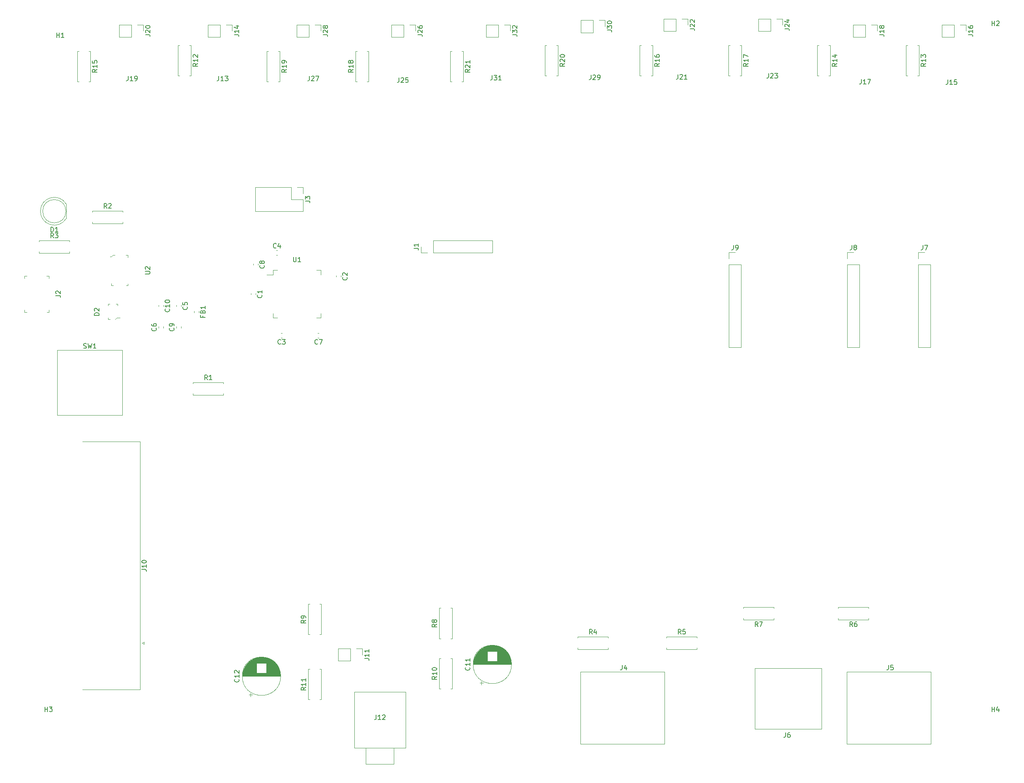
<source format=gto>
%TF.GenerationSoftware,KiCad,Pcbnew,5.1.8-db9833491~87~ubuntu20.04.1*%
%TF.CreationDate,2020-11-28T16:20:25-05:00*%
%TF.ProjectId,DevBoard,44657642-6f61-4726-942e-6b696361645f,V01*%
%TF.SameCoordinates,Original*%
%TF.FileFunction,Legend,Top*%
%TF.FilePolarity,Positive*%
%FSLAX46Y46*%
G04 Gerber Fmt 4.6, Leading zero omitted, Abs format (unit mm)*
G04 Created by KiCad (PCBNEW 5.1.8-db9833491~87~ubuntu20.04.1) date 2020-11-28 16:20:25*
%MOMM*%
%LPD*%
G01*
G04 APERTURE LIST*
%ADD10C,0.120000*%
%ADD11C,0.100000*%
%ADD12C,0.150000*%
G04 APERTURE END LIST*
D10*
%TO.C,C1*%
X62245000Y-72249420D02*
X62245000Y-72530580D01*
X61225000Y-72249420D02*
X61225000Y-72530580D01*
%TO.C,C2*%
X80520000Y-68439420D02*
X80520000Y-68720580D01*
X79500000Y-68439420D02*
X79500000Y-68720580D01*
%TO.C,C3*%
X67945580Y-81790000D02*
X67664420Y-81790000D01*
X67945580Y-80770000D02*
X67664420Y-80770000D01*
%TO.C,C4*%
X66674420Y-64010000D02*
X66955580Y-64010000D01*
X66674420Y-62990000D02*
X66955580Y-62990000D01*
%TO.C,C5*%
X45210000Y-74789420D02*
X45210000Y-75070580D01*
X46230000Y-74789420D02*
X46230000Y-75070580D01*
%TO.C,C6*%
X41400000Y-79655580D02*
X41400000Y-79374420D01*
X42420000Y-79655580D02*
X42420000Y-79374420D01*
%TO.C,C7*%
X75845580Y-80770000D02*
X75564420Y-80770000D01*
X75845580Y-81790000D02*
X75564420Y-81790000D01*
%TO.C,C8*%
X61720000Y-65899420D02*
X61720000Y-66180580D01*
X62740000Y-65899420D02*
X62740000Y-66180580D01*
%TO.C,C9*%
X45210000Y-79655580D02*
X45210000Y-79374420D01*
X46230000Y-79655580D02*
X46230000Y-79374420D01*
%TO.C,C10*%
X41400000Y-74789420D02*
X41400000Y-75070580D01*
X42420000Y-74789420D02*
X42420000Y-75070580D01*
%TO.C,C11*%
X110315000Y-155929698D02*
X111115000Y-155929698D01*
X110715000Y-156329698D02*
X110715000Y-155529698D01*
X112497000Y-147839000D02*
X113563000Y-147839000D01*
X112262000Y-147879000D02*
X113798000Y-147879000D01*
X112082000Y-147919000D02*
X113978000Y-147919000D01*
X111932000Y-147959000D02*
X114128000Y-147959000D01*
X111801000Y-147999000D02*
X114259000Y-147999000D01*
X111684000Y-148039000D02*
X114376000Y-148039000D01*
X111577000Y-148079000D02*
X114483000Y-148079000D01*
X111478000Y-148119000D02*
X114582000Y-148119000D01*
X111385000Y-148159000D02*
X114675000Y-148159000D01*
X111299000Y-148199000D02*
X114761000Y-148199000D01*
X111217000Y-148239000D02*
X114843000Y-148239000D01*
X111140000Y-148279000D02*
X114920000Y-148279000D01*
X111066000Y-148319000D02*
X114994000Y-148319000D01*
X110996000Y-148359000D02*
X115064000Y-148359000D01*
X110928000Y-148399000D02*
X115132000Y-148399000D01*
X110864000Y-148439000D02*
X115196000Y-148439000D01*
X110802000Y-148479000D02*
X115258000Y-148479000D01*
X110743000Y-148519000D02*
X115317000Y-148519000D01*
X110685000Y-148559000D02*
X115375000Y-148559000D01*
X110630000Y-148599000D02*
X115430000Y-148599000D01*
X110576000Y-148639000D02*
X115484000Y-148639000D01*
X110525000Y-148679000D02*
X115535000Y-148679000D01*
X110474000Y-148719000D02*
X115586000Y-148719000D01*
X110426000Y-148759000D02*
X115634000Y-148759000D01*
X110379000Y-148799000D02*
X115681000Y-148799000D01*
X110333000Y-148839000D02*
X115727000Y-148839000D01*
X110289000Y-148879000D02*
X115771000Y-148879000D01*
X110246000Y-148919000D02*
X115814000Y-148919000D01*
X110204000Y-148959000D02*
X115856000Y-148959000D01*
X110163000Y-148999000D02*
X115897000Y-148999000D01*
X110123000Y-149039000D02*
X115937000Y-149039000D01*
X110085000Y-149079000D02*
X115975000Y-149079000D01*
X110047000Y-149119000D02*
X116013000Y-149119000D01*
X114070000Y-149159000D02*
X116049000Y-149159000D01*
X110011000Y-149159000D02*
X111990000Y-149159000D01*
X114070000Y-149199000D02*
X116085000Y-149199000D01*
X109975000Y-149199000D02*
X111990000Y-149199000D01*
X114070000Y-149239000D02*
X116120000Y-149239000D01*
X109940000Y-149239000D02*
X111990000Y-149239000D01*
X114070000Y-149279000D02*
X116154000Y-149279000D01*
X109906000Y-149279000D02*
X111990000Y-149279000D01*
X114070000Y-149319000D02*
X116186000Y-149319000D01*
X109874000Y-149319000D02*
X111990000Y-149319000D01*
X114070000Y-149359000D02*
X116219000Y-149359000D01*
X109841000Y-149359000D02*
X111990000Y-149359000D01*
X114070000Y-149399000D02*
X116250000Y-149399000D01*
X109810000Y-149399000D02*
X111990000Y-149399000D01*
X114070000Y-149439000D02*
X116280000Y-149439000D01*
X109780000Y-149439000D02*
X111990000Y-149439000D01*
X114070000Y-149479000D02*
X116310000Y-149479000D01*
X109750000Y-149479000D02*
X111990000Y-149479000D01*
X114070000Y-149519000D02*
X116339000Y-149519000D01*
X109721000Y-149519000D02*
X111990000Y-149519000D01*
X114070000Y-149559000D02*
X116368000Y-149559000D01*
X109692000Y-149559000D02*
X111990000Y-149559000D01*
X114070000Y-149599000D02*
X116395000Y-149599000D01*
X109665000Y-149599000D02*
X111990000Y-149599000D01*
X114070000Y-149639000D02*
X116422000Y-149639000D01*
X109638000Y-149639000D02*
X111990000Y-149639000D01*
X114070000Y-149679000D02*
X116448000Y-149679000D01*
X109612000Y-149679000D02*
X111990000Y-149679000D01*
X114070000Y-149719000D02*
X116474000Y-149719000D01*
X109586000Y-149719000D02*
X111990000Y-149719000D01*
X114070000Y-149759000D02*
X116499000Y-149759000D01*
X109561000Y-149759000D02*
X111990000Y-149759000D01*
X114070000Y-149799000D02*
X116523000Y-149799000D01*
X109537000Y-149799000D02*
X111990000Y-149799000D01*
X114070000Y-149839000D02*
X116547000Y-149839000D01*
X109513000Y-149839000D02*
X111990000Y-149839000D01*
X114070000Y-149879000D02*
X116570000Y-149879000D01*
X109490000Y-149879000D02*
X111990000Y-149879000D01*
X114070000Y-149919000D02*
X116592000Y-149919000D01*
X109468000Y-149919000D02*
X111990000Y-149919000D01*
X114070000Y-149959000D02*
X116614000Y-149959000D01*
X109446000Y-149959000D02*
X111990000Y-149959000D01*
X114070000Y-149999000D02*
X116636000Y-149999000D01*
X109424000Y-149999000D02*
X111990000Y-149999000D01*
X114070000Y-150039000D02*
X116657000Y-150039000D01*
X109403000Y-150039000D02*
X111990000Y-150039000D01*
X114070000Y-150079000D02*
X116677000Y-150079000D01*
X109383000Y-150079000D02*
X111990000Y-150079000D01*
X114070000Y-150119000D02*
X116696000Y-150119000D01*
X109364000Y-150119000D02*
X111990000Y-150119000D01*
X114070000Y-150159000D02*
X116716000Y-150159000D01*
X109344000Y-150159000D02*
X111990000Y-150159000D01*
X114070000Y-150199000D02*
X116734000Y-150199000D01*
X109326000Y-150199000D02*
X111990000Y-150199000D01*
X114070000Y-150239000D02*
X116752000Y-150239000D01*
X109308000Y-150239000D02*
X111990000Y-150239000D01*
X114070000Y-150279000D02*
X116770000Y-150279000D01*
X109290000Y-150279000D02*
X111990000Y-150279000D01*
X114070000Y-150319000D02*
X116787000Y-150319000D01*
X109273000Y-150319000D02*
X111990000Y-150319000D01*
X114070000Y-150359000D02*
X116804000Y-150359000D01*
X109256000Y-150359000D02*
X111990000Y-150359000D01*
X114070000Y-150399000D02*
X116820000Y-150399000D01*
X109240000Y-150399000D02*
X111990000Y-150399000D01*
X114070000Y-150439000D02*
X116835000Y-150439000D01*
X109225000Y-150439000D02*
X111990000Y-150439000D01*
X114070000Y-150479000D02*
X116851000Y-150479000D01*
X109209000Y-150479000D02*
X111990000Y-150479000D01*
X114070000Y-150519000D02*
X116865000Y-150519000D01*
X109195000Y-150519000D02*
X111990000Y-150519000D01*
X114070000Y-150559000D02*
X116880000Y-150559000D01*
X109180000Y-150559000D02*
X111990000Y-150559000D01*
X114070000Y-150599000D02*
X116893000Y-150599000D01*
X109167000Y-150599000D02*
X111990000Y-150599000D01*
X114070000Y-150639000D02*
X116907000Y-150639000D01*
X109153000Y-150639000D02*
X111990000Y-150639000D01*
X114070000Y-150679000D02*
X116919000Y-150679000D01*
X109141000Y-150679000D02*
X111990000Y-150679000D01*
X114070000Y-150719000D02*
X116932000Y-150719000D01*
X109128000Y-150719000D02*
X111990000Y-150719000D01*
X114070000Y-150759000D02*
X116944000Y-150759000D01*
X109116000Y-150759000D02*
X111990000Y-150759000D01*
X114070000Y-150799000D02*
X116955000Y-150799000D01*
X109105000Y-150799000D02*
X111990000Y-150799000D01*
X114070000Y-150839000D02*
X116966000Y-150839000D01*
X109094000Y-150839000D02*
X111990000Y-150839000D01*
X114070000Y-150879000D02*
X116977000Y-150879000D01*
X109083000Y-150879000D02*
X111990000Y-150879000D01*
X114070000Y-150919000D02*
X116987000Y-150919000D01*
X109073000Y-150919000D02*
X111990000Y-150919000D01*
X114070000Y-150959000D02*
X116997000Y-150959000D01*
X109063000Y-150959000D02*
X111990000Y-150959000D01*
X114070000Y-150999000D02*
X117006000Y-150999000D01*
X109054000Y-150999000D02*
X111990000Y-150999000D01*
X114070000Y-151039000D02*
X117015000Y-151039000D01*
X109045000Y-151039000D02*
X111990000Y-151039000D01*
X114070000Y-151079000D02*
X117024000Y-151079000D01*
X109036000Y-151079000D02*
X111990000Y-151079000D01*
X114070000Y-151119000D02*
X117032000Y-151119000D01*
X109028000Y-151119000D02*
X111990000Y-151119000D01*
X114070000Y-151159000D02*
X117040000Y-151159000D01*
X109020000Y-151159000D02*
X111990000Y-151159000D01*
X114070000Y-151199000D02*
X117047000Y-151199000D01*
X109013000Y-151199000D02*
X111990000Y-151199000D01*
X109006000Y-151240000D02*
X117054000Y-151240000D01*
X109000000Y-151280000D02*
X117060000Y-151280000D01*
X108993000Y-151320000D02*
X117067000Y-151320000D01*
X108988000Y-151360000D02*
X117072000Y-151360000D01*
X108982000Y-151400000D02*
X117078000Y-151400000D01*
X108978000Y-151440000D02*
X117082000Y-151440000D01*
X108973000Y-151480000D02*
X117087000Y-151480000D01*
X108969000Y-151520000D02*
X117091000Y-151520000D01*
X108965000Y-151560000D02*
X117095000Y-151560000D01*
X108962000Y-151600000D02*
X117098000Y-151600000D01*
X108959000Y-151640000D02*
X117101000Y-151640000D01*
X108956000Y-151680000D02*
X117104000Y-151680000D01*
X108954000Y-151720000D02*
X117106000Y-151720000D01*
X108953000Y-151760000D02*
X117107000Y-151760000D01*
X108951000Y-151800000D02*
X117109000Y-151800000D01*
X108950000Y-151840000D02*
X117110000Y-151840000D01*
X108950000Y-151880000D02*
X117110000Y-151880000D01*
X108950000Y-151920000D02*
X117110000Y-151920000D01*
X117150000Y-151920000D02*
G75*
G03*
X117150000Y-151920000I-4120000J0D01*
G01*
%TO.C,C12*%
X67620000Y-154460000D02*
G75*
G03*
X67620000Y-154460000I-4120000J0D01*
G01*
X59420000Y-154460000D02*
X67580000Y-154460000D01*
X59420000Y-154420000D02*
X67580000Y-154420000D01*
X59420000Y-154380000D02*
X67580000Y-154380000D01*
X59421000Y-154340000D02*
X67579000Y-154340000D01*
X59423000Y-154300000D02*
X67577000Y-154300000D01*
X59424000Y-154260000D02*
X67576000Y-154260000D01*
X59426000Y-154220000D02*
X67574000Y-154220000D01*
X59429000Y-154180000D02*
X67571000Y-154180000D01*
X59432000Y-154140000D02*
X67568000Y-154140000D01*
X59435000Y-154100000D02*
X67565000Y-154100000D01*
X59439000Y-154060000D02*
X67561000Y-154060000D01*
X59443000Y-154020000D02*
X67557000Y-154020000D01*
X59448000Y-153980000D02*
X67552000Y-153980000D01*
X59452000Y-153940000D02*
X67548000Y-153940000D01*
X59458000Y-153900000D02*
X67542000Y-153900000D01*
X59463000Y-153860000D02*
X67537000Y-153860000D01*
X59470000Y-153820000D02*
X67530000Y-153820000D01*
X59476000Y-153780000D02*
X67524000Y-153780000D01*
X59483000Y-153739000D02*
X62460000Y-153739000D01*
X64540000Y-153739000D02*
X67517000Y-153739000D01*
X59490000Y-153699000D02*
X62460000Y-153699000D01*
X64540000Y-153699000D02*
X67510000Y-153699000D01*
X59498000Y-153659000D02*
X62460000Y-153659000D01*
X64540000Y-153659000D02*
X67502000Y-153659000D01*
X59506000Y-153619000D02*
X62460000Y-153619000D01*
X64540000Y-153619000D02*
X67494000Y-153619000D01*
X59515000Y-153579000D02*
X62460000Y-153579000D01*
X64540000Y-153579000D02*
X67485000Y-153579000D01*
X59524000Y-153539000D02*
X62460000Y-153539000D01*
X64540000Y-153539000D02*
X67476000Y-153539000D01*
X59533000Y-153499000D02*
X62460000Y-153499000D01*
X64540000Y-153499000D02*
X67467000Y-153499000D01*
X59543000Y-153459000D02*
X62460000Y-153459000D01*
X64540000Y-153459000D02*
X67457000Y-153459000D01*
X59553000Y-153419000D02*
X62460000Y-153419000D01*
X64540000Y-153419000D02*
X67447000Y-153419000D01*
X59564000Y-153379000D02*
X62460000Y-153379000D01*
X64540000Y-153379000D02*
X67436000Y-153379000D01*
X59575000Y-153339000D02*
X62460000Y-153339000D01*
X64540000Y-153339000D02*
X67425000Y-153339000D01*
X59586000Y-153299000D02*
X62460000Y-153299000D01*
X64540000Y-153299000D02*
X67414000Y-153299000D01*
X59598000Y-153259000D02*
X62460000Y-153259000D01*
X64540000Y-153259000D02*
X67402000Y-153259000D01*
X59611000Y-153219000D02*
X62460000Y-153219000D01*
X64540000Y-153219000D02*
X67389000Y-153219000D01*
X59623000Y-153179000D02*
X62460000Y-153179000D01*
X64540000Y-153179000D02*
X67377000Y-153179000D01*
X59637000Y-153139000D02*
X62460000Y-153139000D01*
X64540000Y-153139000D02*
X67363000Y-153139000D01*
X59650000Y-153099000D02*
X62460000Y-153099000D01*
X64540000Y-153099000D02*
X67350000Y-153099000D01*
X59665000Y-153059000D02*
X62460000Y-153059000D01*
X64540000Y-153059000D02*
X67335000Y-153059000D01*
X59679000Y-153019000D02*
X62460000Y-153019000D01*
X64540000Y-153019000D02*
X67321000Y-153019000D01*
X59695000Y-152979000D02*
X62460000Y-152979000D01*
X64540000Y-152979000D02*
X67305000Y-152979000D01*
X59710000Y-152939000D02*
X62460000Y-152939000D01*
X64540000Y-152939000D02*
X67290000Y-152939000D01*
X59726000Y-152899000D02*
X62460000Y-152899000D01*
X64540000Y-152899000D02*
X67274000Y-152899000D01*
X59743000Y-152859000D02*
X62460000Y-152859000D01*
X64540000Y-152859000D02*
X67257000Y-152859000D01*
X59760000Y-152819000D02*
X62460000Y-152819000D01*
X64540000Y-152819000D02*
X67240000Y-152819000D01*
X59778000Y-152779000D02*
X62460000Y-152779000D01*
X64540000Y-152779000D02*
X67222000Y-152779000D01*
X59796000Y-152739000D02*
X62460000Y-152739000D01*
X64540000Y-152739000D02*
X67204000Y-152739000D01*
X59814000Y-152699000D02*
X62460000Y-152699000D01*
X64540000Y-152699000D02*
X67186000Y-152699000D01*
X59834000Y-152659000D02*
X62460000Y-152659000D01*
X64540000Y-152659000D02*
X67166000Y-152659000D01*
X59853000Y-152619000D02*
X62460000Y-152619000D01*
X64540000Y-152619000D02*
X67147000Y-152619000D01*
X59873000Y-152579000D02*
X62460000Y-152579000D01*
X64540000Y-152579000D02*
X67127000Y-152579000D01*
X59894000Y-152539000D02*
X62460000Y-152539000D01*
X64540000Y-152539000D02*
X67106000Y-152539000D01*
X59916000Y-152499000D02*
X62460000Y-152499000D01*
X64540000Y-152499000D02*
X67084000Y-152499000D01*
X59938000Y-152459000D02*
X62460000Y-152459000D01*
X64540000Y-152459000D02*
X67062000Y-152459000D01*
X59960000Y-152419000D02*
X62460000Y-152419000D01*
X64540000Y-152419000D02*
X67040000Y-152419000D01*
X59983000Y-152379000D02*
X62460000Y-152379000D01*
X64540000Y-152379000D02*
X67017000Y-152379000D01*
X60007000Y-152339000D02*
X62460000Y-152339000D01*
X64540000Y-152339000D02*
X66993000Y-152339000D01*
X60031000Y-152299000D02*
X62460000Y-152299000D01*
X64540000Y-152299000D02*
X66969000Y-152299000D01*
X60056000Y-152259000D02*
X62460000Y-152259000D01*
X64540000Y-152259000D02*
X66944000Y-152259000D01*
X60082000Y-152219000D02*
X62460000Y-152219000D01*
X64540000Y-152219000D02*
X66918000Y-152219000D01*
X60108000Y-152179000D02*
X62460000Y-152179000D01*
X64540000Y-152179000D02*
X66892000Y-152179000D01*
X60135000Y-152139000D02*
X62460000Y-152139000D01*
X64540000Y-152139000D02*
X66865000Y-152139000D01*
X60162000Y-152099000D02*
X62460000Y-152099000D01*
X64540000Y-152099000D02*
X66838000Y-152099000D01*
X60191000Y-152059000D02*
X62460000Y-152059000D01*
X64540000Y-152059000D02*
X66809000Y-152059000D01*
X60220000Y-152019000D02*
X62460000Y-152019000D01*
X64540000Y-152019000D02*
X66780000Y-152019000D01*
X60250000Y-151979000D02*
X62460000Y-151979000D01*
X64540000Y-151979000D02*
X66750000Y-151979000D01*
X60280000Y-151939000D02*
X62460000Y-151939000D01*
X64540000Y-151939000D02*
X66720000Y-151939000D01*
X60311000Y-151899000D02*
X62460000Y-151899000D01*
X64540000Y-151899000D02*
X66689000Y-151899000D01*
X60344000Y-151859000D02*
X62460000Y-151859000D01*
X64540000Y-151859000D02*
X66656000Y-151859000D01*
X60376000Y-151819000D02*
X62460000Y-151819000D01*
X64540000Y-151819000D02*
X66624000Y-151819000D01*
X60410000Y-151779000D02*
X62460000Y-151779000D01*
X64540000Y-151779000D02*
X66590000Y-151779000D01*
X60445000Y-151739000D02*
X62460000Y-151739000D01*
X64540000Y-151739000D02*
X66555000Y-151739000D01*
X60481000Y-151699000D02*
X62460000Y-151699000D01*
X64540000Y-151699000D02*
X66519000Y-151699000D01*
X60517000Y-151659000D02*
X66483000Y-151659000D01*
X60555000Y-151619000D02*
X66445000Y-151619000D01*
X60593000Y-151579000D02*
X66407000Y-151579000D01*
X60633000Y-151539000D02*
X66367000Y-151539000D01*
X60674000Y-151499000D02*
X66326000Y-151499000D01*
X60716000Y-151459000D02*
X66284000Y-151459000D01*
X60759000Y-151419000D02*
X66241000Y-151419000D01*
X60803000Y-151379000D02*
X66197000Y-151379000D01*
X60849000Y-151339000D02*
X66151000Y-151339000D01*
X60896000Y-151299000D02*
X66104000Y-151299000D01*
X60944000Y-151259000D02*
X66056000Y-151259000D01*
X60995000Y-151219000D02*
X66005000Y-151219000D01*
X61046000Y-151179000D02*
X65954000Y-151179000D01*
X61100000Y-151139000D02*
X65900000Y-151139000D01*
X61155000Y-151099000D02*
X65845000Y-151099000D01*
X61213000Y-151059000D02*
X65787000Y-151059000D01*
X61272000Y-151019000D02*
X65728000Y-151019000D01*
X61334000Y-150979000D02*
X65666000Y-150979000D01*
X61398000Y-150939000D02*
X65602000Y-150939000D01*
X61466000Y-150899000D02*
X65534000Y-150899000D01*
X61536000Y-150859000D02*
X65464000Y-150859000D01*
X61610000Y-150819000D02*
X65390000Y-150819000D01*
X61687000Y-150779000D02*
X65313000Y-150779000D01*
X61769000Y-150739000D02*
X65231000Y-150739000D01*
X61855000Y-150699000D02*
X65145000Y-150699000D01*
X61948000Y-150659000D02*
X65052000Y-150659000D01*
X62047000Y-150619000D02*
X64953000Y-150619000D01*
X62154000Y-150579000D02*
X64846000Y-150579000D01*
X62271000Y-150539000D02*
X64729000Y-150539000D01*
X62402000Y-150499000D02*
X64598000Y-150499000D01*
X62552000Y-150459000D02*
X64448000Y-150459000D01*
X62732000Y-150419000D02*
X64268000Y-150419000D01*
X62967000Y-150379000D02*
X64033000Y-150379000D01*
X61185000Y-158869698D02*
X61185000Y-158069698D01*
X60785000Y-158469698D02*
X61585000Y-158469698D01*
%TO.C,D1*%
X21610000Y-56155000D02*
X21610000Y-53065000D01*
X21550000Y-54610000D02*
G75*
G03*
X21550000Y-54610000I-2500000J0D01*
G01*
X16060000Y-54609538D02*
G75*
G03*
X21610000Y-56154830I2990000J-462D01*
G01*
X16060000Y-54610462D02*
G75*
G02*
X21610000Y-53065170I2990000J462D01*
G01*
D11*
%TO.C,D2*%
X30630000Y-74550000D02*
X30930000Y-74550000D01*
X30630000Y-74900000D02*
X30630000Y-74550000D01*
X32630000Y-74550000D02*
X32630000Y-74850000D01*
X32305000Y-74550000D02*
X32630000Y-74550000D01*
X30630000Y-77850000D02*
X30980000Y-77850000D01*
X30630000Y-77500000D02*
X30630000Y-77850000D01*
X32455000Y-77525000D02*
X33155000Y-77525000D01*
X32130000Y-77850000D02*
X32455000Y-77525000D01*
D10*
%TO.C,FB1*%
X49020000Y-76037221D02*
X49020000Y-76362779D01*
X50040000Y-76037221D02*
X50040000Y-76362779D01*
%TO.C,J1*%
X97730000Y-63560000D02*
X97730000Y-62230000D01*
X99060000Y-63560000D02*
X97730000Y-63560000D01*
X100330000Y-63560000D02*
X100330000Y-60900000D01*
X100330000Y-60900000D02*
X113090000Y-60900000D01*
X100330000Y-63560000D02*
X113090000Y-63560000D01*
X113090000Y-63560000D02*
X113090000Y-60900000D01*
D11*
%TO.C,J2*%
X17880000Y-68490000D02*
X17880000Y-68990000D01*
X17880000Y-68490000D02*
X17380000Y-68490000D01*
X17880000Y-76290000D02*
X17880000Y-75790000D01*
X17880000Y-76290000D02*
X17480000Y-76290000D01*
X12680000Y-76290000D02*
X13180000Y-76290000D01*
X12680000Y-76290000D02*
X12680000Y-75790000D01*
X12680000Y-68490000D02*
X12680000Y-68990000D01*
X12680000Y-68490000D02*
X13180000Y-68490000D01*
D10*
%TO.C,J3*%
X72450000Y-49470000D02*
X72450000Y-50800000D01*
X71120000Y-49470000D02*
X72450000Y-49470000D01*
X72450000Y-52070000D02*
X72450000Y-54670000D01*
X69850000Y-52070000D02*
X72450000Y-52070000D01*
X69850000Y-49470000D02*
X69850000Y-52070000D01*
X72450000Y-54670000D02*
X62170000Y-54670000D01*
X69850000Y-49470000D02*
X62170000Y-49470000D01*
X62170000Y-49470000D02*
X62170000Y-54670000D01*
%TO.C,J4*%
X131970000Y-169040000D02*
X131970000Y-153540000D01*
X149970000Y-169040000D02*
X131970000Y-169040000D01*
X149970000Y-153540000D02*
X149970000Y-169040000D01*
X131970000Y-153540000D02*
X149970000Y-153540000D01*
%TO.C,J5*%
X189120000Y-153540000D02*
X207120000Y-153540000D01*
X207120000Y-153540000D02*
X207120000Y-169040000D01*
X207120000Y-169040000D02*
X189120000Y-169040000D01*
X189120000Y-169040000D02*
X189120000Y-153540000D01*
%TO.C,J6*%
X183655000Y-165758000D02*
X169405000Y-165758000D01*
X183655000Y-152758000D02*
X169405000Y-152758000D01*
X169405000Y-165758000D02*
X169405000Y-152758000D01*
X183655000Y-152758000D02*
X183655000Y-165758000D01*
%TO.C,J7*%
X204410000Y-63440000D02*
X205740000Y-63440000D01*
X204410000Y-64770000D02*
X204410000Y-63440000D01*
X204410000Y-66040000D02*
X207070000Y-66040000D01*
X207070000Y-66040000D02*
X207070000Y-83880000D01*
X204410000Y-66040000D02*
X204410000Y-83880000D01*
X204410000Y-83880000D02*
X207070000Y-83880000D01*
%TO.C,J8*%
X189170000Y-83880000D02*
X191830000Y-83880000D01*
X189170000Y-66040000D02*
X189170000Y-83880000D01*
X191830000Y-66040000D02*
X191830000Y-83880000D01*
X189170000Y-66040000D02*
X191830000Y-66040000D01*
X189170000Y-64770000D02*
X189170000Y-63440000D01*
X189170000Y-63440000D02*
X190500000Y-63440000D01*
%TO.C,J9*%
X163770000Y-63440000D02*
X165100000Y-63440000D01*
X163770000Y-64770000D02*
X163770000Y-63440000D01*
X163770000Y-66040000D02*
X166430000Y-66040000D01*
X166430000Y-66040000D02*
X166430000Y-83880000D01*
X163770000Y-66040000D02*
X163770000Y-83880000D01*
X163770000Y-83880000D02*
X166430000Y-83880000D01*
%TO.C,J10*%
X37881325Y-147320000D02*
X38314338Y-147070000D01*
X38314338Y-147570000D02*
X37881325Y-147320000D01*
X38314338Y-147070000D02*
X38314338Y-147570000D01*
X37420000Y-157310000D02*
X25080000Y-157310000D01*
X37420000Y-104090000D02*
X37420000Y-157310000D01*
X25080000Y-104090000D02*
X37420000Y-104090000D01*
%TO.C,J11*%
X79950000Y-148530000D02*
X79950000Y-151190000D01*
X82550000Y-148530000D02*
X79950000Y-148530000D01*
X82550000Y-151190000D02*
X79950000Y-151190000D01*
X82550000Y-148530000D02*
X82550000Y-151190000D01*
X83820000Y-148530000D02*
X85150000Y-148530000D01*
X85150000Y-148530000D02*
X85150000Y-149860000D01*
%TO.C,J12*%
X94400000Y-157830000D02*
X94400000Y-169830000D01*
X83400000Y-157830000D02*
X94400000Y-157830000D01*
X83400000Y-169830000D02*
X83400000Y-157830000D01*
X94400000Y-169830000D02*
X83400000Y-169830000D01*
X91900000Y-169830000D02*
X91900000Y-173330000D01*
X91900000Y-173330000D02*
X85900000Y-173330000D01*
X85900000Y-169830000D02*
X85900000Y-173330000D01*
%TO.C,J14*%
X52010000Y-14545000D02*
X52010000Y-17205000D01*
X54610000Y-14545000D02*
X52010000Y-14545000D01*
X54610000Y-17205000D02*
X52010000Y-17205000D01*
X54610000Y-14545000D02*
X54610000Y-17205000D01*
X55880000Y-14545000D02*
X57210000Y-14545000D01*
X57210000Y-14545000D02*
X57210000Y-15875000D01*
%TO.C,J16*%
X214690000Y-14545000D02*
X214690000Y-15875000D01*
X213360000Y-14545000D02*
X214690000Y-14545000D01*
X212090000Y-14545000D02*
X212090000Y-17205000D01*
X212090000Y-17205000D02*
X209490000Y-17205000D01*
X212090000Y-14545000D02*
X209490000Y-14545000D01*
X209490000Y-14545000D02*
X209490000Y-17205000D01*
%TO.C,J18*%
X195640000Y-14545000D02*
X195640000Y-15875000D01*
X194310000Y-14545000D02*
X195640000Y-14545000D01*
X193040000Y-14545000D02*
X193040000Y-17205000D01*
X193040000Y-17205000D02*
X190440000Y-17205000D01*
X193040000Y-14545000D02*
X190440000Y-14545000D01*
X190440000Y-14545000D02*
X190440000Y-17205000D01*
%TO.C,J20*%
X38160000Y-14545000D02*
X38160000Y-15875000D01*
X36830000Y-14545000D02*
X38160000Y-14545000D01*
X35560000Y-14545000D02*
X35560000Y-17205000D01*
X35560000Y-17205000D02*
X32960000Y-17205000D01*
X35560000Y-14545000D02*
X32960000Y-14545000D01*
X32960000Y-14545000D02*
X32960000Y-17205000D01*
%TO.C,J22*%
X155000000Y-13275000D02*
X155000000Y-14605000D01*
X153670000Y-13275000D02*
X155000000Y-13275000D01*
X152400000Y-13275000D02*
X152400000Y-15935000D01*
X152400000Y-15935000D02*
X149800000Y-15935000D01*
X152400000Y-13275000D02*
X149800000Y-13275000D01*
X149800000Y-13275000D02*
X149800000Y-15935000D01*
%TO.C,J24*%
X175320000Y-13275000D02*
X175320000Y-14605000D01*
X173990000Y-13275000D02*
X175320000Y-13275000D01*
X172720000Y-13275000D02*
X172720000Y-15935000D01*
X172720000Y-15935000D02*
X170120000Y-15935000D01*
X172720000Y-13275000D02*
X170120000Y-13275000D01*
X170120000Y-13275000D02*
X170120000Y-15935000D01*
%TO.C,J26*%
X96580000Y-14545000D02*
X96580000Y-15875000D01*
X95250000Y-14545000D02*
X96580000Y-14545000D01*
X93980000Y-14545000D02*
X93980000Y-17205000D01*
X93980000Y-17205000D02*
X91380000Y-17205000D01*
X93980000Y-14545000D02*
X91380000Y-14545000D01*
X91380000Y-14545000D02*
X91380000Y-17205000D01*
%TO.C,J28*%
X71060000Y-14545000D02*
X71060000Y-17205000D01*
X73660000Y-14545000D02*
X71060000Y-14545000D01*
X73660000Y-17205000D02*
X71060000Y-17205000D01*
X73660000Y-14545000D02*
X73660000Y-17205000D01*
X74930000Y-14545000D02*
X76260000Y-14545000D01*
X76260000Y-14545000D02*
X76260000Y-15875000D01*
%TO.C,J30*%
X132020000Y-13580001D02*
X132020000Y-16240001D01*
X134620000Y-13580001D02*
X132020000Y-13580001D01*
X134620000Y-16240001D02*
X132020000Y-16240001D01*
X134620000Y-13580001D02*
X134620000Y-16240001D01*
X135890000Y-13580001D02*
X137220000Y-13580001D01*
X137220000Y-13580001D02*
X137220000Y-14910001D01*
%TO.C,J32*%
X111700000Y-14545000D02*
X111700000Y-17205000D01*
X114300000Y-14545000D02*
X111700000Y-14545000D01*
X114300000Y-17205000D02*
X111700000Y-17205000D01*
X114300000Y-14545000D02*
X114300000Y-17205000D01*
X115570000Y-14545000D02*
X116900000Y-14545000D01*
X116900000Y-14545000D02*
X116900000Y-15875000D01*
%TO.C,R1*%
X55340000Y-94080000D02*
X55340000Y-93750000D01*
X48800000Y-94080000D02*
X55340000Y-94080000D01*
X48800000Y-93750000D02*
X48800000Y-94080000D01*
X55340000Y-91340000D02*
X55340000Y-91670000D01*
X48800000Y-91340000D02*
X55340000Y-91340000D01*
X48800000Y-91670000D02*
X48800000Y-91340000D01*
%TO.C,R2*%
X27210000Y-54840000D02*
X27210000Y-54510000D01*
X27210000Y-54510000D02*
X33750000Y-54510000D01*
X33750000Y-54510000D02*
X33750000Y-54840000D01*
X27210000Y-56920000D02*
X27210000Y-57250000D01*
X27210000Y-57250000D02*
X33750000Y-57250000D01*
X33750000Y-57250000D02*
X33750000Y-56920000D01*
%TO.C,R3*%
X22320000Y-63600000D02*
X22320000Y-63270000D01*
X15780000Y-63600000D02*
X22320000Y-63600000D01*
X15780000Y-63270000D02*
X15780000Y-63600000D01*
X22320000Y-60860000D02*
X22320000Y-61190000D01*
X15780000Y-60860000D02*
X22320000Y-60860000D01*
X15780000Y-61190000D02*
X15780000Y-60860000D01*
%TO.C,R4*%
X137890000Y-148690000D02*
X137890000Y-148360000D01*
X131350000Y-148690000D02*
X137890000Y-148690000D01*
X131350000Y-148360000D02*
X131350000Y-148690000D01*
X137890000Y-145950000D02*
X137890000Y-146280000D01*
X131350000Y-145950000D02*
X137890000Y-145950000D01*
X131350000Y-146280000D02*
X131350000Y-145950000D01*
%TO.C,R5*%
X156940000Y-148690000D02*
X156940000Y-148360000D01*
X150400000Y-148690000D02*
X156940000Y-148690000D01*
X150400000Y-148360000D02*
X150400000Y-148690000D01*
X156940000Y-145950000D02*
X156940000Y-146280000D01*
X150400000Y-145950000D02*
X156940000Y-145950000D01*
X150400000Y-146280000D02*
X150400000Y-145950000D01*
%TO.C,R6*%
X193770000Y-142010000D02*
X193770000Y-142340000D01*
X193770000Y-142340000D02*
X187230000Y-142340000D01*
X187230000Y-142340000D02*
X187230000Y-142010000D01*
X193770000Y-139930000D02*
X193770000Y-139600000D01*
X193770000Y-139600000D02*
X187230000Y-139600000D01*
X187230000Y-139600000D02*
X187230000Y-139930000D01*
%TO.C,R7*%
X166910000Y-139600000D02*
X166910000Y-139930000D01*
X173450000Y-139600000D02*
X166910000Y-139600000D01*
X173450000Y-139930000D02*
X173450000Y-139600000D01*
X166910000Y-142340000D02*
X166910000Y-142010000D01*
X173450000Y-142340000D02*
X166910000Y-142340000D01*
X173450000Y-142010000D02*
X173450000Y-142340000D01*
%TO.C,R8*%
X101975001Y-146384999D02*
X101645001Y-146384999D01*
X101645001Y-146384999D02*
X101645001Y-139844999D01*
X101645001Y-139844999D02*
X101975001Y-139844999D01*
X104055001Y-146384999D02*
X104385001Y-146384999D01*
X104385001Y-146384999D02*
X104385001Y-139844999D01*
X104385001Y-139844999D02*
X104055001Y-139844999D01*
%TO.C,R9*%
X73890000Y-145510000D02*
X73560000Y-145510000D01*
X73560000Y-145510000D02*
X73560000Y-138970000D01*
X73560000Y-138970000D02*
X73890000Y-138970000D01*
X75970000Y-145510000D02*
X76300000Y-145510000D01*
X76300000Y-145510000D02*
X76300000Y-138970000D01*
X76300000Y-138970000D02*
X75970000Y-138970000D01*
%TO.C,R10*%
X104385001Y-150614999D02*
X104055001Y-150614999D01*
X104385001Y-157154999D02*
X104385001Y-150614999D01*
X104055001Y-157154999D02*
X104385001Y-157154999D01*
X101645001Y-150614999D02*
X101975001Y-150614999D01*
X101645001Y-157154999D02*
X101645001Y-150614999D01*
X101975001Y-157154999D02*
X101645001Y-157154999D01*
%TO.C,R11*%
X76300000Y-152940000D02*
X75970000Y-152940000D01*
X76300000Y-159480000D02*
X76300000Y-152940000D01*
X75970000Y-159480000D02*
X76300000Y-159480000D01*
X73560000Y-152940000D02*
X73890000Y-152940000D01*
X73560000Y-159480000D02*
X73560000Y-152940000D01*
X73890000Y-159480000D02*
X73560000Y-159480000D01*
%TO.C,R12*%
X48030000Y-18955000D02*
X48360000Y-18955000D01*
X48360000Y-18955000D02*
X48360000Y-25495000D01*
X48360000Y-25495000D02*
X48030000Y-25495000D01*
X45950000Y-18955000D02*
X45620000Y-18955000D01*
X45620000Y-18955000D02*
X45620000Y-25495000D01*
X45620000Y-25495000D02*
X45950000Y-25495000D01*
%TO.C,R13*%
X201830000Y-25495000D02*
X202160000Y-25495000D01*
X201830000Y-18955000D02*
X201830000Y-25495000D01*
X202160000Y-18955000D02*
X201830000Y-18955000D01*
X204570000Y-25495000D02*
X204240000Y-25495000D01*
X204570000Y-18955000D02*
X204570000Y-25495000D01*
X204240000Y-18955000D02*
X204570000Y-18955000D01*
%TO.C,R14*%
X185190000Y-18955000D02*
X185520000Y-18955000D01*
X185520000Y-18955000D02*
X185520000Y-25495000D01*
X185520000Y-25495000D02*
X185190000Y-25495000D01*
X183110000Y-18955000D02*
X182780000Y-18955000D01*
X182780000Y-18955000D02*
X182780000Y-25495000D01*
X182780000Y-25495000D02*
X183110000Y-25495000D01*
%TO.C,R15*%
X24030000Y-26765000D02*
X24360000Y-26765000D01*
X24030000Y-20225000D02*
X24030000Y-26765000D01*
X24360000Y-20225000D02*
X24030000Y-20225000D01*
X26770000Y-26765000D02*
X26440000Y-26765000D01*
X26770000Y-20225000D02*
X26770000Y-26765000D01*
X26440000Y-20225000D02*
X26770000Y-20225000D01*
%TO.C,R16*%
X147090000Y-18955000D02*
X147420000Y-18955000D01*
X147420000Y-18955000D02*
X147420000Y-25495000D01*
X147420000Y-25495000D02*
X147090000Y-25495000D01*
X145010000Y-18955000D02*
X144680000Y-18955000D01*
X144680000Y-18955000D02*
X144680000Y-25495000D01*
X144680000Y-25495000D02*
X145010000Y-25495000D01*
%TO.C,R17*%
X163730000Y-25495000D02*
X164060000Y-25495000D01*
X163730000Y-18955000D02*
X163730000Y-25495000D01*
X164060000Y-18955000D02*
X163730000Y-18955000D01*
X166470000Y-25495000D02*
X166140000Y-25495000D01*
X166470000Y-18955000D02*
X166470000Y-25495000D01*
X166140000Y-18955000D02*
X166470000Y-18955000D01*
%TO.C,R18*%
X84050000Y-26765000D02*
X83720000Y-26765000D01*
X83720000Y-26765000D02*
X83720000Y-20225000D01*
X83720000Y-20225000D02*
X84050000Y-20225000D01*
X86130000Y-26765000D02*
X86460000Y-26765000D01*
X86460000Y-26765000D02*
X86460000Y-20225000D01*
X86460000Y-20225000D02*
X86130000Y-20225000D01*
%TO.C,R19*%
X64670000Y-26765000D02*
X65000000Y-26765000D01*
X64670000Y-20225000D02*
X64670000Y-26765000D01*
X65000000Y-20225000D02*
X64670000Y-20225000D01*
X67410000Y-26765000D02*
X67080000Y-26765000D01*
X67410000Y-20225000D02*
X67410000Y-26765000D01*
X67080000Y-20225000D02*
X67410000Y-20225000D01*
%TO.C,R20*%
X126770000Y-18955000D02*
X127100000Y-18955000D01*
X127100000Y-18955000D02*
X127100000Y-25495000D01*
X127100000Y-25495000D02*
X126770000Y-25495000D01*
X124690000Y-18955000D02*
X124360000Y-18955000D01*
X124360000Y-18955000D02*
X124360000Y-25495000D01*
X124360000Y-25495000D02*
X124690000Y-25495000D01*
%TO.C,R21*%
X106450000Y-20225000D02*
X106780000Y-20225000D01*
X106780000Y-20225000D02*
X106780000Y-26765000D01*
X106780000Y-26765000D02*
X106450000Y-26765000D01*
X104370000Y-20225000D02*
X104040000Y-20225000D01*
X104040000Y-20225000D02*
X104040000Y-26765000D01*
X104040000Y-26765000D02*
X104370000Y-26765000D01*
%TO.C,SW1*%
X19685000Y-98425000D02*
X19685000Y-84455000D01*
X33655000Y-98425000D02*
X19685000Y-98425000D01*
X33655000Y-84455000D02*
X33655000Y-98425000D01*
X19685000Y-84455000D02*
X33655000Y-84455000D01*
%TO.C,U1*%
X66010000Y-68230000D02*
X64670000Y-68230000D01*
X66010000Y-67280000D02*
X66010000Y-68230000D01*
X66960000Y-67280000D02*
X66010000Y-67280000D01*
X76230000Y-67280000D02*
X76230000Y-68230000D01*
X75280000Y-67280000D02*
X76230000Y-67280000D01*
X66010000Y-77500000D02*
X66010000Y-76550000D01*
X66960000Y-77500000D02*
X66010000Y-77500000D01*
X76230000Y-77500000D02*
X76230000Y-76550000D01*
X75280000Y-77500000D02*
X76230000Y-77500000D01*
D11*
%TO.C,U2*%
X34795000Y-70585000D02*
X34495000Y-70585000D01*
X34795000Y-70210000D02*
X34795000Y-70585000D01*
X34795000Y-64035000D02*
X34395000Y-64035000D01*
X34795000Y-64535000D02*
X34795000Y-64035000D01*
X31245000Y-70585000D02*
X31245000Y-70135000D01*
X31720000Y-70585000D02*
X31245000Y-70585000D01*
X31245000Y-64335000D02*
X31050000Y-64335000D01*
X31570000Y-64035000D02*
X31245000Y-64335000D01*
X32045000Y-64035000D02*
X31570000Y-64035000D01*
%TO.C,C1*%
D12*
X63522142Y-72556666D02*
X63569761Y-72604285D01*
X63617380Y-72747142D01*
X63617380Y-72842380D01*
X63569761Y-72985238D01*
X63474523Y-73080476D01*
X63379285Y-73128095D01*
X63188809Y-73175714D01*
X63045952Y-73175714D01*
X62855476Y-73128095D01*
X62760238Y-73080476D01*
X62665000Y-72985238D01*
X62617380Y-72842380D01*
X62617380Y-72747142D01*
X62665000Y-72604285D01*
X62712619Y-72556666D01*
X63617380Y-71604285D02*
X63617380Y-72175714D01*
X63617380Y-71890000D02*
X62617380Y-71890000D01*
X62760238Y-71985238D01*
X62855476Y-72080476D01*
X62903095Y-72175714D01*
%TO.C,C2*%
X81797142Y-68746666D02*
X81844761Y-68794285D01*
X81892380Y-68937142D01*
X81892380Y-69032380D01*
X81844761Y-69175238D01*
X81749523Y-69270476D01*
X81654285Y-69318095D01*
X81463809Y-69365714D01*
X81320952Y-69365714D01*
X81130476Y-69318095D01*
X81035238Y-69270476D01*
X80940000Y-69175238D01*
X80892380Y-69032380D01*
X80892380Y-68937142D01*
X80940000Y-68794285D01*
X80987619Y-68746666D01*
X80987619Y-68365714D02*
X80940000Y-68318095D01*
X80892380Y-68222857D01*
X80892380Y-67984761D01*
X80940000Y-67889523D01*
X80987619Y-67841904D01*
X81082857Y-67794285D01*
X81178095Y-67794285D01*
X81320952Y-67841904D01*
X81892380Y-68413333D01*
X81892380Y-67794285D01*
%TO.C,C3*%
X67638333Y-83067142D02*
X67590714Y-83114761D01*
X67447857Y-83162380D01*
X67352619Y-83162380D01*
X67209761Y-83114761D01*
X67114523Y-83019523D01*
X67066904Y-82924285D01*
X67019285Y-82733809D01*
X67019285Y-82590952D01*
X67066904Y-82400476D01*
X67114523Y-82305238D01*
X67209761Y-82210000D01*
X67352619Y-82162380D01*
X67447857Y-82162380D01*
X67590714Y-82210000D01*
X67638333Y-82257619D01*
X67971666Y-82162380D02*
X68590714Y-82162380D01*
X68257380Y-82543333D01*
X68400238Y-82543333D01*
X68495476Y-82590952D01*
X68543095Y-82638571D01*
X68590714Y-82733809D01*
X68590714Y-82971904D01*
X68543095Y-83067142D01*
X68495476Y-83114761D01*
X68400238Y-83162380D01*
X68114523Y-83162380D01*
X68019285Y-83114761D01*
X67971666Y-83067142D01*
%TO.C,C4*%
X66648333Y-62427142D02*
X66600714Y-62474761D01*
X66457857Y-62522380D01*
X66362619Y-62522380D01*
X66219761Y-62474761D01*
X66124523Y-62379523D01*
X66076904Y-62284285D01*
X66029285Y-62093809D01*
X66029285Y-61950952D01*
X66076904Y-61760476D01*
X66124523Y-61665238D01*
X66219761Y-61570000D01*
X66362619Y-61522380D01*
X66457857Y-61522380D01*
X66600714Y-61570000D01*
X66648333Y-61617619D01*
X67505476Y-61855714D02*
X67505476Y-62522380D01*
X67267380Y-61474761D02*
X67029285Y-62189047D01*
X67648333Y-62189047D01*
%TO.C,C5*%
X47507142Y-75096666D02*
X47554761Y-75144285D01*
X47602380Y-75287142D01*
X47602380Y-75382380D01*
X47554761Y-75525238D01*
X47459523Y-75620476D01*
X47364285Y-75668095D01*
X47173809Y-75715714D01*
X47030952Y-75715714D01*
X46840476Y-75668095D01*
X46745238Y-75620476D01*
X46650000Y-75525238D01*
X46602380Y-75382380D01*
X46602380Y-75287142D01*
X46650000Y-75144285D01*
X46697619Y-75096666D01*
X46602380Y-74191904D02*
X46602380Y-74668095D01*
X47078571Y-74715714D01*
X47030952Y-74668095D01*
X46983333Y-74572857D01*
X46983333Y-74334761D01*
X47030952Y-74239523D01*
X47078571Y-74191904D01*
X47173809Y-74144285D01*
X47411904Y-74144285D01*
X47507142Y-74191904D01*
X47554761Y-74239523D01*
X47602380Y-74334761D01*
X47602380Y-74572857D01*
X47554761Y-74668095D01*
X47507142Y-74715714D01*
%TO.C,C6*%
X40837142Y-79681666D02*
X40884761Y-79729285D01*
X40932380Y-79872142D01*
X40932380Y-79967380D01*
X40884761Y-80110238D01*
X40789523Y-80205476D01*
X40694285Y-80253095D01*
X40503809Y-80300714D01*
X40360952Y-80300714D01*
X40170476Y-80253095D01*
X40075238Y-80205476D01*
X39980000Y-80110238D01*
X39932380Y-79967380D01*
X39932380Y-79872142D01*
X39980000Y-79729285D01*
X40027619Y-79681666D01*
X39932380Y-78824523D02*
X39932380Y-79015000D01*
X39980000Y-79110238D01*
X40027619Y-79157857D01*
X40170476Y-79253095D01*
X40360952Y-79300714D01*
X40741904Y-79300714D01*
X40837142Y-79253095D01*
X40884761Y-79205476D01*
X40932380Y-79110238D01*
X40932380Y-78919761D01*
X40884761Y-78824523D01*
X40837142Y-78776904D01*
X40741904Y-78729285D01*
X40503809Y-78729285D01*
X40408571Y-78776904D01*
X40360952Y-78824523D01*
X40313333Y-78919761D01*
X40313333Y-79110238D01*
X40360952Y-79205476D01*
X40408571Y-79253095D01*
X40503809Y-79300714D01*
%TO.C,C7*%
X75538333Y-83067142D02*
X75490714Y-83114761D01*
X75347857Y-83162380D01*
X75252619Y-83162380D01*
X75109761Y-83114761D01*
X75014523Y-83019523D01*
X74966904Y-82924285D01*
X74919285Y-82733809D01*
X74919285Y-82590952D01*
X74966904Y-82400476D01*
X75014523Y-82305238D01*
X75109761Y-82210000D01*
X75252619Y-82162380D01*
X75347857Y-82162380D01*
X75490714Y-82210000D01*
X75538333Y-82257619D01*
X75871666Y-82162380D02*
X76538333Y-82162380D01*
X76109761Y-83162380D01*
%TO.C,C8*%
X64017142Y-66206666D02*
X64064761Y-66254285D01*
X64112380Y-66397142D01*
X64112380Y-66492380D01*
X64064761Y-66635238D01*
X63969523Y-66730476D01*
X63874285Y-66778095D01*
X63683809Y-66825714D01*
X63540952Y-66825714D01*
X63350476Y-66778095D01*
X63255238Y-66730476D01*
X63160000Y-66635238D01*
X63112380Y-66492380D01*
X63112380Y-66397142D01*
X63160000Y-66254285D01*
X63207619Y-66206666D01*
X63540952Y-65635238D02*
X63493333Y-65730476D01*
X63445714Y-65778095D01*
X63350476Y-65825714D01*
X63302857Y-65825714D01*
X63207619Y-65778095D01*
X63160000Y-65730476D01*
X63112380Y-65635238D01*
X63112380Y-65444761D01*
X63160000Y-65349523D01*
X63207619Y-65301904D01*
X63302857Y-65254285D01*
X63350476Y-65254285D01*
X63445714Y-65301904D01*
X63493333Y-65349523D01*
X63540952Y-65444761D01*
X63540952Y-65635238D01*
X63588571Y-65730476D01*
X63636190Y-65778095D01*
X63731428Y-65825714D01*
X63921904Y-65825714D01*
X64017142Y-65778095D01*
X64064761Y-65730476D01*
X64112380Y-65635238D01*
X64112380Y-65444761D01*
X64064761Y-65349523D01*
X64017142Y-65301904D01*
X63921904Y-65254285D01*
X63731428Y-65254285D01*
X63636190Y-65301904D01*
X63588571Y-65349523D01*
X63540952Y-65444761D01*
%TO.C,C9*%
X44647142Y-79681666D02*
X44694761Y-79729285D01*
X44742380Y-79872142D01*
X44742380Y-79967380D01*
X44694761Y-80110238D01*
X44599523Y-80205476D01*
X44504285Y-80253095D01*
X44313809Y-80300714D01*
X44170952Y-80300714D01*
X43980476Y-80253095D01*
X43885238Y-80205476D01*
X43790000Y-80110238D01*
X43742380Y-79967380D01*
X43742380Y-79872142D01*
X43790000Y-79729285D01*
X43837619Y-79681666D01*
X44742380Y-79205476D02*
X44742380Y-79015000D01*
X44694761Y-78919761D01*
X44647142Y-78872142D01*
X44504285Y-78776904D01*
X44313809Y-78729285D01*
X43932857Y-78729285D01*
X43837619Y-78776904D01*
X43790000Y-78824523D01*
X43742380Y-78919761D01*
X43742380Y-79110238D01*
X43790000Y-79205476D01*
X43837619Y-79253095D01*
X43932857Y-79300714D01*
X44170952Y-79300714D01*
X44266190Y-79253095D01*
X44313809Y-79205476D01*
X44361428Y-79110238D01*
X44361428Y-78919761D01*
X44313809Y-78824523D01*
X44266190Y-78776904D01*
X44170952Y-78729285D01*
%TO.C,C10*%
X43697142Y-75572857D02*
X43744761Y-75620476D01*
X43792380Y-75763333D01*
X43792380Y-75858571D01*
X43744761Y-76001428D01*
X43649523Y-76096666D01*
X43554285Y-76144285D01*
X43363809Y-76191904D01*
X43220952Y-76191904D01*
X43030476Y-76144285D01*
X42935238Y-76096666D01*
X42840000Y-76001428D01*
X42792380Y-75858571D01*
X42792380Y-75763333D01*
X42840000Y-75620476D01*
X42887619Y-75572857D01*
X43792380Y-74620476D02*
X43792380Y-75191904D01*
X43792380Y-74906190D02*
X42792380Y-74906190D01*
X42935238Y-75001428D01*
X43030476Y-75096666D01*
X43078095Y-75191904D01*
X42792380Y-74001428D02*
X42792380Y-73906190D01*
X42840000Y-73810952D01*
X42887619Y-73763333D01*
X42982857Y-73715714D01*
X43173333Y-73668095D01*
X43411428Y-73668095D01*
X43601904Y-73715714D01*
X43697142Y-73763333D01*
X43744761Y-73810952D01*
X43792380Y-73906190D01*
X43792380Y-74001428D01*
X43744761Y-74096666D01*
X43697142Y-74144285D01*
X43601904Y-74191904D01*
X43411428Y-74239523D01*
X43173333Y-74239523D01*
X42982857Y-74191904D01*
X42887619Y-74144285D01*
X42840000Y-74096666D01*
X42792380Y-74001428D01*
%TO.C,C11*%
X108137142Y-152562857D02*
X108184761Y-152610476D01*
X108232380Y-152753333D01*
X108232380Y-152848571D01*
X108184761Y-152991428D01*
X108089523Y-153086666D01*
X107994285Y-153134285D01*
X107803809Y-153181904D01*
X107660952Y-153181904D01*
X107470476Y-153134285D01*
X107375238Y-153086666D01*
X107280000Y-152991428D01*
X107232380Y-152848571D01*
X107232380Y-152753333D01*
X107280000Y-152610476D01*
X107327619Y-152562857D01*
X108232380Y-151610476D02*
X108232380Y-152181904D01*
X108232380Y-151896190D02*
X107232380Y-151896190D01*
X107375238Y-151991428D01*
X107470476Y-152086666D01*
X107518095Y-152181904D01*
X108232380Y-150658095D02*
X108232380Y-151229523D01*
X108232380Y-150943809D02*
X107232380Y-150943809D01*
X107375238Y-151039047D01*
X107470476Y-151134285D01*
X107518095Y-151229523D01*
%TO.C,C12*%
X58607142Y-155102857D02*
X58654761Y-155150476D01*
X58702380Y-155293333D01*
X58702380Y-155388571D01*
X58654761Y-155531428D01*
X58559523Y-155626666D01*
X58464285Y-155674285D01*
X58273809Y-155721904D01*
X58130952Y-155721904D01*
X57940476Y-155674285D01*
X57845238Y-155626666D01*
X57750000Y-155531428D01*
X57702380Y-155388571D01*
X57702380Y-155293333D01*
X57750000Y-155150476D01*
X57797619Y-155102857D01*
X58702380Y-154150476D02*
X58702380Y-154721904D01*
X58702380Y-154436190D02*
X57702380Y-154436190D01*
X57845238Y-154531428D01*
X57940476Y-154626666D01*
X57988095Y-154721904D01*
X57797619Y-153769523D02*
X57750000Y-153721904D01*
X57702380Y-153626666D01*
X57702380Y-153388571D01*
X57750000Y-153293333D01*
X57797619Y-153245714D01*
X57892857Y-153198095D01*
X57988095Y-153198095D01*
X58130952Y-153245714D01*
X58702380Y-153817142D01*
X58702380Y-153198095D01*
%TO.C,D1*%
X18311904Y-59022380D02*
X18311904Y-58022380D01*
X18550000Y-58022380D01*
X18692857Y-58070000D01*
X18788095Y-58165238D01*
X18835714Y-58260476D01*
X18883333Y-58450952D01*
X18883333Y-58593809D01*
X18835714Y-58784285D01*
X18788095Y-58879523D01*
X18692857Y-58974761D01*
X18550000Y-59022380D01*
X18311904Y-59022380D01*
X19835714Y-59022380D02*
X19264285Y-59022380D01*
X19550000Y-59022380D02*
X19550000Y-58022380D01*
X19454761Y-58165238D01*
X19359523Y-58260476D01*
X19264285Y-58308095D01*
%TO.C,D2*%
X28657380Y-76963095D02*
X27657380Y-76963095D01*
X27657380Y-76725000D01*
X27705000Y-76582142D01*
X27800238Y-76486904D01*
X27895476Y-76439285D01*
X28085952Y-76391666D01*
X28228809Y-76391666D01*
X28419285Y-76439285D01*
X28514523Y-76486904D01*
X28609761Y-76582142D01*
X28657380Y-76725000D01*
X28657380Y-76963095D01*
X27752619Y-76010714D02*
X27705000Y-75963095D01*
X27657380Y-75867857D01*
X27657380Y-75629761D01*
X27705000Y-75534523D01*
X27752619Y-75486904D01*
X27847857Y-75439285D01*
X27943095Y-75439285D01*
X28085952Y-75486904D01*
X28657380Y-76058333D01*
X28657380Y-75439285D01*
%TO.C,FB1*%
X50888571Y-77033333D02*
X50888571Y-77366666D01*
X51412380Y-77366666D02*
X50412380Y-77366666D01*
X50412380Y-76890476D01*
X50888571Y-76176190D02*
X50936190Y-76033333D01*
X50983809Y-75985714D01*
X51079047Y-75938095D01*
X51221904Y-75938095D01*
X51317142Y-75985714D01*
X51364761Y-76033333D01*
X51412380Y-76128571D01*
X51412380Y-76509523D01*
X50412380Y-76509523D01*
X50412380Y-76176190D01*
X50460000Y-76080952D01*
X50507619Y-76033333D01*
X50602857Y-75985714D01*
X50698095Y-75985714D01*
X50793333Y-76033333D01*
X50840952Y-76080952D01*
X50888571Y-76176190D01*
X50888571Y-76509523D01*
X51412380Y-74985714D02*
X51412380Y-75557142D01*
X51412380Y-75271428D02*
X50412380Y-75271428D01*
X50555238Y-75366666D01*
X50650476Y-75461904D01*
X50698095Y-75557142D01*
%TO.C,J1*%
X96182380Y-62563333D02*
X96896666Y-62563333D01*
X97039523Y-62610952D01*
X97134761Y-62706190D01*
X97182380Y-62849047D01*
X97182380Y-62944285D01*
X97182380Y-61563333D02*
X97182380Y-62134761D01*
X97182380Y-61849047D02*
X96182380Y-61849047D01*
X96325238Y-61944285D01*
X96420476Y-62039523D01*
X96468095Y-62134761D01*
%TO.C,J2*%
X19372380Y-72723333D02*
X20086666Y-72723333D01*
X20229523Y-72770952D01*
X20324761Y-72866190D01*
X20372380Y-73009047D01*
X20372380Y-73104285D01*
X19467619Y-72294761D02*
X19420000Y-72247142D01*
X19372380Y-72151904D01*
X19372380Y-71913809D01*
X19420000Y-71818571D01*
X19467619Y-71770952D01*
X19562857Y-71723333D01*
X19658095Y-71723333D01*
X19800952Y-71770952D01*
X20372380Y-72342380D01*
X20372380Y-71723333D01*
%TO.C,J3*%
X72902380Y-52403333D02*
X73616666Y-52403333D01*
X73759523Y-52450952D01*
X73854761Y-52546190D01*
X73902380Y-52689047D01*
X73902380Y-52784285D01*
X72902380Y-52022380D02*
X72902380Y-51403333D01*
X73283333Y-51736666D01*
X73283333Y-51593809D01*
X73330952Y-51498571D01*
X73378571Y-51450952D01*
X73473809Y-51403333D01*
X73711904Y-51403333D01*
X73807142Y-51450952D01*
X73854761Y-51498571D01*
X73902380Y-51593809D01*
X73902380Y-51879523D01*
X73854761Y-51974761D01*
X73807142Y-52022380D01*
%TO.C,J4*%
X140890666Y-152106380D02*
X140890666Y-152820666D01*
X140843047Y-152963523D01*
X140747809Y-153058761D01*
X140604952Y-153106380D01*
X140509714Y-153106380D01*
X141795428Y-152439714D02*
X141795428Y-153106380D01*
X141557333Y-152058761D02*
X141319238Y-152773047D01*
X141938285Y-152773047D01*
%TO.C,J5*%
X198040666Y-152106380D02*
X198040666Y-152820666D01*
X197993047Y-152963523D01*
X197897809Y-153058761D01*
X197754952Y-153106380D01*
X197659714Y-153106380D01*
X198993047Y-152106380D02*
X198516857Y-152106380D01*
X198469238Y-152582571D01*
X198516857Y-152534952D01*
X198612095Y-152487333D01*
X198850190Y-152487333D01*
X198945428Y-152534952D01*
X198993047Y-152582571D01*
X199040666Y-152677809D01*
X199040666Y-152915904D01*
X198993047Y-153011142D01*
X198945428Y-153058761D01*
X198850190Y-153106380D01*
X198612095Y-153106380D01*
X198516857Y-153058761D01*
X198469238Y-153011142D01*
%TO.C,J6*%
X175942666Y-166584380D02*
X175942666Y-167298666D01*
X175895047Y-167441523D01*
X175799809Y-167536761D01*
X175656952Y-167584380D01*
X175561714Y-167584380D01*
X176847428Y-166584380D02*
X176656952Y-166584380D01*
X176561714Y-166632000D01*
X176514095Y-166679619D01*
X176418857Y-166822476D01*
X176371238Y-167012952D01*
X176371238Y-167393904D01*
X176418857Y-167489142D01*
X176466476Y-167536761D01*
X176561714Y-167584380D01*
X176752190Y-167584380D01*
X176847428Y-167536761D01*
X176895047Y-167489142D01*
X176942666Y-167393904D01*
X176942666Y-167155809D01*
X176895047Y-167060571D01*
X176847428Y-167012952D01*
X176752190Y-166965333D01*
X176561714Y-166965333D01*
X176466476Y-167012952D01*
X176418857Y-167060571D01*
X176371238Y-167155809D01*
%TO.C,J7*%
X205406666Y-61892380D02*
X205406666Y-62606666D01*
X205359047Y-62749523D01*
X205263809Y-62844761D01*
X205120952Y-62892380D01*
X205025714Y-62892380D01*
X205787619Y-61892380D02*
X206454285Y-61892380D01*
X206025714Y-62892380D01*
%TO.C,J8*%
X190166666Y-61892380D02*
X190166666Y-62606666D01*
X190119047Y-62749523D01*
X190023809Y-62844761D01*
X189880952Y-62892380D01*
X189785714Y-62892380D01*
X190785714Y-62320952D02*
X190690476Y-62273333D01*
X190642857Y-62225714D01*
X190595238Y-62130476D01*
X190595238Y-62082857D01*
X190642857Y-61987619D01*
X190690476Y-61940000D01*
X190785714Y-61892380D01*
X190976190Y-61892380D01*
X191071428Y-61940000D01*
X191119047Y-61987619D01*
X191166666Y-62082857D01*
X191166666Y-62130476D01*
X191119047Y-62225714D01*
X191071428Y-62273333D01*
X190976190Y-62320952D01*
X190785714Y-62320952D01*
X190690476Y-62368571D01*
X190642857Y-62416190D01*
X190595238Y-62511428D01*
X190595238Y-62701904D01*
X190642857Y-62797142D01*
X190690476Y-62844761D01*
X190785714Y-62892380D01*
X190976190Y-62892380D01*
X191071428Y-62844761D01*
X191119047Y-62797142D01*
X191166666Y-62701904D01*
X191166666Y-62511428D01*
X191119047Y-62416190D01*
X191071428Y-62368571D01*
X190976190Y-62320952D01*
%TO.C,J9*%
X164766666Y-61892380D02*
X164766666Y-62606666D01*
X164719047Y-62749523D01*
X164623809Y-62844761D01*
X164480952Y-62892380D01*
X164385714Y-62892380D01*
X165290476Y-62892380D02*
X165480952Y-62892380D01*
X165576190Y-62844761D01*
X165623809Y-62797142D01*
X165719047Y-62654285D01*
X165766666Y-62463809D01*
X165766666Y-62082857D01*
X165719047Y-61987619D01*
X165671428Y-61940000D01*
X165576190Y-61892380D01*
X165385714Y-61892380D01*
X165290476Y-61940000D01*
X165242857Y-61987619D01*
X165195238Y-62082857D01*
X165195238Y-62320952D01*
X165242857Y-62416190D01*
X165290476Y-62463809D01*
X165385714Y-62511428D01*
X165576190Y-62511428D01*
X165671428Y-62463809D01*
X165719047Y-62416190D01*
X165766666Y-62320952D01*
%TO.C,J10*%
X37812380Y-131509523D02*
X38526666Y-131509523D01*
X38669523Y-131557142D01*
X38764761Y-131652380D01*
X38812380Y-131795238D01*
X38812380Y-131890476D01*
X38812380Y-130509523D02*
X38812380Y-131080952D01*
X38812380Y-130795238D02*
X37812380Y-130795238D01*
X37955238Y-130890476D01*
X38050476Y-130985714D01*
X38098095Y-131080952D01*
X37812380Y-129890476D02*
X37812380Y-129795238D01*
X37860000Y-129700000D01*
X37907619Y-129652380D01*
X38002857Y-129604761D01*
X38193333Y-129557142D01*
X38431428Y-129557142D01*
X38621904Y-129604761D01*
X38717142Y-129652380D01*
X38764761Y-129700000D01*
X38812380Y-129795238D01*
X38812380Y-129890476D01*
X38764761Y-129985714D01*
X38717142Y-130033333D01*
X38621904Y-130080952D01*
X38431428Y-130128571D01*
X38193333Y-130128571D01*
X38002857Y-130080952D01*
X37907619Y-130033333D01*
X37860000Y-129985714D01*
X37812380Y-129890476D01*
%TO.C,J11*%
X85602380Y-150669523D02*
X86316666Y-150669523D01*
X86459523Y-150717142D01*
X86554761Y-150812380D01*
X86602380Y-150955238D01*
X86602380Y-151050476D01*
X86602380Y-149669523D02*
X86602380Y-150240952D01*
X86602380Y-149955238D02*
X85602380Y-149955238D01*
X85745238Y-150050476D01*
X85840476Y-150145714D01*
X85888095Y-150240952D01*
X86602380Y-148717142D02*
X86602380Y-149288571D01*
X86602380Y-149002857D02*
X85602380Y-149002857D01*
X85745238Y-149098095D01*
X85840476Y-149193333D01*
X85888095Y-149288571D01*
%TO.C,J12*%
X88090476Y-162782380D02*
X88090476Y-163496666D01*
X88042857Y-163639523D01*
X87947619Y-163734761D01*
X87804761Y-163782380D01*
X87709523Y-163782380D01*
X89090476Y-163782380D02*
X88519047Y-163782380D01*
X88804761Y-163782380D02*
X88804761Y-162782380D01*
X88709523Y-162925238D01*
X88614285Y-163020476D01*
X88519047Y-163068095D01*
X89471428Y-162877619D02*
X89519047Y-162830000D01*
X89614285Y-162782380D01*
X89852380Y-162782380D01*
X89947619Y-162830000D01*
X89995238Y-162877619D01*
X90042857Y-162972857D01*
X90042857Y-163068095D01*
X89995238Y-163210952D01*
X89423809Y-163782380D01*
X90042857Y-163782380D01*
%TO.C,J13*%
X54340477Y-25597381D02*
X54340477Y-26311667D01*
X54292858Y-26454524D01*
X54197620Y-26549762D01*
X54054762Y-26597381D01*
X53959524Y-26597381D01*
X55340477Y-26597381D02*
X54769048Y-26597381D01*
X55054762Y-26597381D02*
X55054762Y-25597381D01*
X54959524Y-25740239D01*
X54864286Y-25835477D01*
X54769048Y-25883096D01*
X55673810Y-25597381D02*
X56292858Y-25597381D01*
X55959524Y-25978334D01*
X56102381Y-25978334D01*
X56197620Y-26025953D01*
X56245239Y-26073572D01*
X56292858Y-26168810D01*
X56292858Y-26406905D01*
X56245239Y-26502143D01*
X56197620Y-26549762D01*
X56102381Y-26597381D01*
X55816667Y-26597381D01*
X55721429Y-26549762D01*
X55673810Y-26502143D01*
%TO.C,J14*%
X57662380Y-16684523D02*
X58376666Y-16684523D01*
X58519523Y-16732142D01*
X58614761Y-16827380D01*
X58662380Y-16970238D01*
X58662380Y-17065476D01*
X58662380Y-15684523D02*
X58662380Y-16255952D01*
X58662380Y-15970238D02*
X57662380Y-15970238D01*
X57805238Y-16065476D01*
X57900476Y-16160714D01*
X57948095Y-16255952D01*
X57995714Y-14827380D02*
X58662380Y-14827380D01*
X57614761Y-15065476D02*
X58329047Y-15303571D01*
X58329047Y-14684523D01*
%TO.C,J15*%
X210740477Y-26377381D02*
X210740477Y-27091667D01*
X210692858Y-27234524D01*
X210597620Y-27329762D01*
X210454762Y-27377381D01*
X210359524Y-27377381D01*
X211740477Y-27377381D02*
X211169048Y-27377381D01*
X211454762Y-27377381D02*
X211454762Y-26377381D01*
X211359524Y-26520239D01*
X211264286Y-26615477D01*
X211169048Y-26663096D01*
X212645239Y-26377381D02*
X212169048Y-26377381D01*
X212121429Y-26853572D01*
X212169048Y-26805953D01*
X212264286Y-26758334D01*
X212502381Y-26758334D01*
X212597620Y-26805953D01*
X212645239Y-26853572D01*
X212692858Y-26948810D01*
X212692858Y-27186905D01*
X212645239Y-27282143D01*
X212597620Y-27329762D01*
X212502381Y-27377381D01*
X212264286Y-27377381D01*
X212169048Y-27329762D01*
X212121429Y-27282143D01*
%TO.C,J16*%
X215142380Y-16684523D02*
X215856666Y-16684523D01*
X215999523Y-16732142D01*
X216094761Y-16827380D01*
X216142380Y-16970238D01*
X216142380Y-17065476D01*
X216142380Y-15684523D02*
X216142380Y-16255952D01*
X216142380Y-15970238D02*
X215142380Y-15970238D01*
X215285238Y-16065476D01*
X215380476Y-16160714D01*
X215428095Y-16255952D01*
X215142380Y-14827380D02*
X215142380Y-15017857D01*
X215190000Y-15113095D01*
X215237619Y-15160714D01*
X215380476Y-15255952D01*
X215570952Y-15303571D01*
X215951904Y-15303571D01*
X216047142Y-15255952D01*
X216094761Y-15208333D01*
X216142380Y-15113095D01*
X216142380Y-14922619D01*
X216094761Y-14827380D01*
X216047142Y-14779761D01*
X215951904Y-14732142D01*
X215713809Y-14732142D01*
X215618571Y-14779761D01*
X215570952Y-14827380D01*
X215523333Y-14922619D01*
X215523333Y-15113095D01*
X215570952Y-15208333D01*
X215618571Y-15255952D01*
X215713809Y-15303571D01*
%TO.C,J17*%
X192210477Y-26287381D02*
X192210477Y-27001667D01*
X192162858Y-27144524D01*
X192067620Y-27239762D01*
X191924762Y-27287381D01*
X191829524Y-27287381D01*
X193210477Y-27287381D02*
X192639048Y-27287381D01*
X192924762Y-27287381D02*
X192924762Y-26287381D01*
X192829524Y-26430239D01*
X192734286Y-26525477D01*
X192639048Y-26573096D01*
X193543810Y-26287381D02*
X194210477Y-26287381D01*
X193781905Y-27287381D01*
%TO.C,J18*%
X196092380Y-16684523D02*
X196806666Y-16684523D01*
X196949523Y-16732142D01*
X197044761Y-16827380D01*
X197092380Y-16970238D01*
X197092380Y-17065476D01*
X197092380Y-15684523D02*
X197092380Y-16255952D01*
X197092380Y-15970238D02*
X196092380Y-15970238D01*
X196235238Y-16065476D01*
X196330476Y-16160714D01*
X196378095Y-16255952D01*
X196520952Y-15113095D02*
X196473333Y-15208333D01*
X196425714Y-15255952D01*
X196330476Y-15303571D01*
X196282857Y-15303571D01*
X196187619Y-15255952D01*
X196140000Y-15208333D01*
X196092380Y-15113095D01*
X196092380Y-14922619D01*
X196140000Y-14827380D01*
X196187619Y-14779761D01*
X196282857Y-14732142D01*
X196330476Y-14732142D01*
X196425714Y-14779761D01*
X196473333Y-14827380D01*
X196520952Y-14922619D01*
X196520952Y-15113095D01*
X196568571Y-15208333D01*
X196616190Y-15255952D01*
X196711428Y-15303571D01*
X196901904Y-15303571D01*
X196997142Y-15255952D01*
X197044761Y-15208333D01*
X197092380Y-15113095D01*
X197092380Y-14922619D01*
X197044761Y-14827380D01*
X196997142Y-14779761D01*
X196901904Y-14732142D01*
X196711428Y-14732142D01*
X196616190Y-14779761D01*
X196568571Y-14827380D01*
X196520952Y-14922619D01*
%TO.C,J19*%
X34890477Y-25597381D02*
X34890477Y-26311667D01*
X34842858Y-26454524D01*
X34747620Y-26549762D01*
X34604762Y-26597381D01*
X34509524Y-26597381D01*
X35890477Y-26597381D02*
X35319048Y-26597381D01*
X35604762Y-26597381D02*
X35604762Y-25597381D01*
X35509524Y-25740239D01*
X35414286Y-25835477D01*
X35319048Y-25883096D01*
X36366667Y-26597381D02*
X36557143Y-26597381D01*
X36652381Y-26549762D01*
X36700001Y-26502143D01*
X36795239Y-26359286D01*
X36842858Y-26168810D01*
X36842858Y-25787858D01*
X36795239Y-25692620D01*
X36747620Y-25645001D01*
X36652381Y-25597381D01*
X36461905Y-25597381D01*
X36366667Y-25645001D01*
X36319048Y-25692620D01*
X36271429Y-25787858D01*
X36271429Y-26025953D01*
X36319048Y-26121191D01*
X36366667Y-26168810D01*
X36461905Y-26216429D01*
X36652381Y-26216429D01*
X36747620Y-26168810D01*
X36795239Y-26121191D01*
X36842858Y-26025953D01*
%TO.C,J20*%
X38612380Y-16684523D02*
X39326666Y-16684523D01*
X39469523Y-16732142D01*
X39564761Y-16827380D01*
X39612380Y-16970238D01*
X39612380Y-17065476D01*
X38707619Y-16255952D02*
X38660000Y-16208333D01*
X38612380Y-16113095D01*
X38612380Y-15875000D01*
X38660000Y-15779761D01*
X38707619Y-15732142D01*
X38802857Y-15684523D01*
X38898095Y-15684523D01*
X39040952Y-15732142D01*
X39612380Y-16303571D01*
X39612380Y-15684523D01*
X38612380Y-15065476D02*
X38612380Y-14970238D01*
X38660000Y-14875000D01*
X38707619Y-14827380D01*
X38802857Y-14779761D01*
X38993333Y-14732142D01*
X39231428Y-14732142D01*
X39421904Y-14779761D01*
X39517142Y-14827380D01*
X39564761Y-14875000D01*
X39612380Y-14970238D01*
X39612380Y-15065476D01*
X39564761Y-15160714D01*
X39517142Y-15208333D01*
X39421904Y-15255952D01*
X39231428Y-15303571D01*
X38993333Y-15303571D01*
X38802857Y-15255952D01*
X38707619Y-15208333D01*
X38660000Y-15160714D01*
X38612380Y-15065476D01*
%TO.C,J21*%
X152860476Y-25237380D02*
X152860476Y-25951666D01*
X152812857Y-26094523D01*
X152717619Y-26189761D01*
X152574761Y-26237380D01*
X152479523Y-26237380D01*
X153289047Y-25332619D02*
X153336666Y-25285000D01*
X153431904Y-25237380D01*
X153670000Y-25237380D01*
X153765238Y-25285000D01*
X153812857Y-25332619D01*
X153860476Y-25427857D01*
X153860476Y-25523095D01*
X153812857Y-25665952D01*
X153241428Y-26237380D01*
X153860476Y-26237380D01*
X154812857Y-26237380D02*
X154241428Y-26237380D01*
X154527142Y-26237380D02*
X154527142Y-25237380D01*
X154431904Y-25380238D01*
X154336666Y-25475476D01*
X154241428Y-25523095D01*
%TO.C,J22*%
X155452380Y-15414523D02*
X156166666Y-15414523D01*
X156309523Y-15462142D01*
X156404761Y-15557380D01*
X156452380Y-15700238D01*
X156452380Y-15795476D01*
X155547619Y-14985952D02*
X155500000Y-14938333D01*
X155452380Y-14843095D01*
X155452380Y-14605000D01*
X155500000Y-14509761D01*
X155547619Y-14462142D01*
X155642857Y-14414523D01*
X155738095Y-14414523D01*
X155880952Y-14462142D01*
X156452380Y-15033571D01*
X156452380Y-14414523D01*
X155547619Y-14033571D02*
X155500000Y-13985952D01*
X155452380Y-13890714D01*
X155452380Y-13652619D01*
X155500000Y-13557380D01*
X155547619Y-13509761D01*
X155642857Y-13462142D01*
X155738095Y-13462142D01*
X155880952Y-13509761D01*
X156452380Y-14081190D01*
X156452380Y-13462142D01*
%TO.C,J23*%
X172290477Y-25017381D02*
X172290477Y-25731667D01*
X172242858Y-25874524D01*
X172147620Y-25969762D01*
X172004762Y-26017381D01*
X171909524Y-26017381D01*
X172719048Y-25112620D02*
X172766667Y-25065001D01*
X172861905Y-25017381D01*
X173100001Y-25017381D01*
X173195239Y-25065001D01*
X173242858Y-25112620D01*
X173290477Y-25207858D01*
X173290477Y-25303096D01*
X173242858Y-25445953D01*
X172671429Y-26017381D01*
X173290477Y-26017381D01*
X173623810Y-25017381D02*
X174242858Y-25017381D01*
X173909524Y-25398334D01*
X174052381Y-25398334D01*
X174147620Y-25445953D01*
X174195239Y-25493572D01*
X174242858Y-25588810D01*
X174242858Y-25826905D01*
X174195239Y-25922143D01*
X174147620Y-25969762D01*
X174052381Y-26017381D01*
X173766667Y-26017381D01*
X173671429Y-25969762D01*
X173623810Y-25922143D01*
%TO.C,J24*%
X175772380Y-15414523D02*
X176486666Y-15414523D01*
X176629523Y-15462142D01*
X176724761Y-15557380D01*
X176772380Y-15700238D01*
X176772380Y-15795476D01*
X175867619Y-14985952D02*
X175820000Y-14938333D01*
X175772380Y-14843095D01*
X175772380Y-14605000D01*
X175820000Y-14509761D01*
X175867619Y-14462142D01*
X175962857Y-14414523D01*
X176058095Y-14414523D01*
X176200952Y-14462142D01*
X176772380Y-15033571D01*
X176772380Y-14414523D01*
X176105714Y-13557380D02*
X176772380Y-13557380D01*
X175724761Y-13795476D02*
X176439047Y-14033571D01*
X176439047Y-13414523D01*
%TO.C,J25*%
X93030477Y-25927381D02*
X93030477Y-26641667D01*
X92982858Y-26784524D01*
X92887620Y-26879762D01*
X92744762Y-26927381D01*
X92649524Y-26927381D01*
X93459048Y-26022620D02*
X93506667Y-25975001D01*
X93601905Y-25927381D01*
X93840001Y-25927381D01*
X93935239Y-25975001D01*
X93982858Y-26022620D01*
X94030477Y-26117858D01*
X94030477Y-26213096D01*
X93982858Y-26355953D01*
X93411429Y-26927381D01*
X94030477Y-26927381D01*
X94935239Y-25927381D02*
X94459048Y-25927381D01*
X94411429Y-26403572D01*
X94459048Y-26355953D01*
X94554286Y-26308334D01*
X94792381Y-26308334D01*
X94887620Y-26355953D01*
X94935239Y-26403572D01*
X94982858Y-26498810D01*
X94982858Y-26736905D01*
X94935239Y-26832143D01*
X94887620Y-26879762D01*
X94792381Y-26927381D01*
X94554286Y-26927381D01*
X94459048Y-26879762D01*
X94411429Y-26832143D01*
%TO.C,J26*%
X97032380Y-16684523D02*
X97746666Y-16684523D01*
X97889523Y-16732142D01*
X97984761Y-16827380D01*
X98032380Y-16970238D01*
X98032380Y-17065476D01*
X97127619Y-16255952D02*
X97080000Y-16208333D01*
X97032380Y-16113095D01*
X97032380Y-15875000D01*
X97080000Y-15779761D01*
X97127619Y-15732142D01*
X97222857Y-15684523D01*
X97318095Y-15684523D01*
X97460952Y-15732142D01*
X98032380Y-16303571D01*
X98032380Y-15684523D01*
X97032380Y-14827380D02*
X97032380Y-15017857D01*
X97080000Y-15113095D01*
X97127619Y-15160714D01*
X97270476Y-15255952D01*
X97460952Y-15303571D01*
X97841904Y-15303571D01*
X97937142Y-15255952D01*
X97984761Y-15208333D01*
X98032380Y-15113095D01*
X98032380Y-14922619D01*
X97984761Y-14827380D01*
X97937142Y-14779761D01*
X97841904Y-14732142D01*
X97603809Y-14732142D01*
X97508571Y-14779761D01*
X97460952Y-14827380D01*
X97413333Y-14922619D01*
X97413333Y-15113095D01*
X97460952Y-15208333D01*
X97508571Y-15255952D01*
X97603809Y-15303571D01*
%TO.C,J27*%
X73790477Y-25597381D02*
X73790477Y-26311667D01*
X73742858Y-26454524D01*
X73647620Y-26549762D01*
X73504762Y-26597381D01*
X73409524Y-26597381D01*
X74219048Y-25692620D02*
X74266667Y-25645001D01*
X74361905Y-25597381D01*
X74600001Y-25597381D01*
X74695239Y-25645001D01*
X74742858Y-25692620D01*
X74790477Y-25787858D01*
X74790477Y-25883096D01*
X74742858Y-26025953D01*
X74171429Y-26597381D01*
X74790477Y-26597381D01*
X75123810Y-25597381D02*
X75790477Y-25597381D01*
X75361905Y-26597381D01*
%TO.C,J28*%
X76712380Y-16684523D02*
X77426666Y-16684523D01*
X77569523Y-16732142D01*
X77664761Y-16827380D01*
X77712380Y-16970238D01*
X77712380Y-17065476D01*
X76807619Y-16255952D02*
X76760000Y-16208333D01*
X76712380Y-16113095D01*
X76712380Y-15875000D01*
X76760000Y-15779761D01*
X76807619Y-15732142D01*
X76902857Y-15684523D01*
X76998095Y-15684523D01*
X77140952Y-15732142D01*
X77712380Y-16303571D01*
X77712380Y-15684523D01*
X77140952Y-15113095D02*
X77093333Y-15208333D01*
X77045714Y-15255952D01*
X76950476Y-15303571D01*
X76902857Y-15303571D01*
X76807619Y-15255952D01*
X76760000Y-15208333D01*
X76712380Y-15113095D01*
X76712380Y-14922619D01*
X76760000Y-14827380D01*
X76807619Y-14779761D01*
X76902857Y-14732142D01*
X76950476Y-14732142D01*
X77045714Y-14779761D01*
X77093333Y-14827380D01*
X77140952Y-14922619D01*
X77140952Y-15113095D01*
X77188571Y-15208333D01*
X77236190Y-15255952D01*
X77331428Y-15303571D01*
X77521904Y-15303571D01*
X77617142Y-15255952D01*
X77664761Y-15208333D01*
X77712380Y-15113095D01*
X77712380Y-14922619D01*
X77664761Y-14827380D01*
X77617142Y-14779761D01*
X77521904Y-14732142D01*
X77331428Y-14732142D01*
X77236190Y-14779761D01*
X77188571Y-14827380D01*
X77140952Y-14922619D01*
%TO.C,J29*%
X134190477Y-25347381D02*
X134190477Y-26061667D01*
X134142858Y-26204524D01*
X134047620Y-26299762D01*
X133904762Y-26347381D01*
X133809524Y-26347381D01*
X134619048Y-25442620D02*
X134666667Y-25395001D01*
X134761905Y-25347381D01*
X135000001Y-25347381D01*
X135095239Y-25395001D01*
X135142858Y-25442620D01*
X135190477Y-25537858D01*
X135190477Y-25633096D01*
X135142858Y-25775953D01*
X134571429Y-26347381D01*
X135190477Y-26347381D01*
X135666667Y-26347381D02*
X135857143Y-26347381D01*
X135952381Y-26299762D01*
X136000001Y-26252143D01*
X136095239Y-26109286D01*
X136142858Y-25918810D01*
X136142858Y-25537858D01*
X136095239Y-25442620D01*
X136047620Y-25395001D01*
X135952381Y-25347381D01*
X135761905Y-25347381D01*
X135666667Y-25395001D01*
X135619048Y-25442620D01*
X135571429Y-25537858D01*
X135571429Y-25775953D01*
X135619048Y-25871191D01*
X135666667Y-25918810D01*
X135761905Y-25966429D01*
X135952381Y-25966429D01*
X136047620Y-25918810D01*
X136095239Y-25871191D01*
X136142858Y-25775953D01*
%TO.C,J30*%
X137672380Y-15719524D02*
X138386666Y-15719524D01*
X138529523Y-15767143D01*
X138624761Y-15862381D01*
X138672380Y-16005239D01*
X138672380Y-16100477D01*
X137672380Y-15338572D02*
X137672380Y-14719524D01*
X138053333Y-15052858D01*
X138053333Y-14910001D01*
X138100952Y-14814762D01*
X138148571Y-14767143D01*
X138243809Y-14719524D01*
X138481904Y-14719524D01*
X138577142Y-14767143D01*
X138624761Y-14814762D01*
X138672380Y-14910001D01*
X138672380Y-15195715D01*
X138624761Y-15290953D01*
X138577142Y-15338572D01*
X137672380Y-14100477D02*
X137672380Y-14005239D01*
X137720000Y-13910001D01*
X137767619Y-13862381D01*
X137862857Y-13814762D01*
X138053333Y-13767143D01*
X138291428Y-13767143D01*
X138481904Y-13814762D01*
X138577142Y-13862381D01*
X138624761Y-13910001D01*
X138672380Y-14005239D01*
X138672380Y-14100477D01*
X138624761Y-14195715D01*
X138577142Y-14243334D01*
X138481904Y-14290953D01*
X138291428Y-14338572D01*
X138053333Y-14338572D01*
X137862857Y-14290953D01*
X137767619Y-14243334D01*
X137720000Y-14195715D01*
X137672380Y-14100477D01*
%TO.C,J31*%
X113000477Y-25437381D02*
X113000477Y-26151667D01*
X112952858Y-26294524D01*
X112857620Y-26389762D01*
X112714762Y-26437381D01*
X112619524Y-26437381D01*
X113381429Y-25437381D02*
X114000477Y-25437381D01*
X113667143Y-25818334D01*
X113810001Y-25818334D01*
X113905239Y-25865953D01*
X113952858Y-25913572D01*
X114000477Y-26008810D01*
X114000477Y-26246905D01*
X113952858Y-26342143D01*
X113905239Y-26389762D01*
X113810001Y-26437381D01*
X113524286Y-26437381D01*
X113429048Y-26389762D01*
X113381429Y-26342143D01*
X114952858Y-26437381D02*
X114381429Y-26437381D01*
X114667143Y-26437381D02*
X114667143Y-25437381D01*
X114571905Y-25580239D01*
X114476667Y-25675477D01*
X114381429Y-25723096D01*
%TO.C,J32*%
X117352380Y-16684523D02*
X118066666Y-16684523D01*
X118209523Y-16732142D01*
X118304761Y-16827380D01*
X118352380Y-16970238D01*
X118352380Y-17065476D01*
X117352380Y-16303571D02*
X117352380Y-15684523D01*
X117733333Y-16017857D01*
X117733333Y-15875000D01*
X117780952Y-15779761D01*
X117828571Y-15732142D01*
X117923809Y-15684523D01*
X118161904Y-15684523D01*
X118257142Y-15732142D01*
X118304761Y-15779761D01*
X118352380Y-15875000D01*
X118352380Y-16160714D01*
X118304761Y-16255952D01*
X118257142Y-16303571D01*
X117447619Y-15303571D02*
X117400000Y-15255952D01*
X117352380Y-15160714D01*
X117352380Y-14922619D01*
X117400000Y-14827380D01*
X117447619Y-14779761D01*
X117542857Y-14732142D01*
X117638095Y-14732142D01*
X117780952Y-14779761D01*
X118352380Y-15351190D01*
X118352380Y-14732142D01*
%TO.C,R1*%
X51903333Y-90792380D02*
X51570000Y-90316190D01*
X51331904Y-90792380D02*
X51331904Y-89792380D01*
X51712857Y-89792380D01*
X51808095Y-89840000D01*
X51855714Y-89887619D01*
X51903333Y-89982857D01*
X51903333Y-90125714D01*
X51855714Y-90220952D01*
X51808095Y-90268571D01*
X51712857Y-90316190D01*
X51331904Y-90316190D01*
X52855714Y-90792380D02*
X52284285Y-90792380D01*
X52570000Y-90792380D02*
X52570000Y-89792380D01*
X52474761Y-89935238D01*
X52379523Y-90030476D01*
X52284285Y-90078095D01*
%TO.C,R2*%
X30313333Y-53962380D02*
X29980000Y-53486190D01*
X29741904Y-53962380D02*
X29741904Y-52962380D01*
X30122857Y-52962380D01*
X30218095Y-53010000D01*
X30265714Y-53057619D01*
X30313333Y-53152857D01*
X30313333Y-53295714D01*
X30265714Y-53390952D01*
X30218095Y-53438571D01*
X30122857Y-53486190D01*
X29741904Y-53486190D01*
X30694285Y-53057619D02*
X30741904Y-53010000D01*
X30837142Y-52962380D01*
X31075238Y-52962380D01*
X31170476Y-53010000D01*
X31218095Y-53057619D01*
X31265714Y-53152857D01*
X31265714Y-53248095D01*
X31218095Y-53390952D01*
X30646666Y-53962380D01*
X31265714Y-53962380D01*
%TO.C,R3*%
X18883333Y-60312380D02*
X18550000Y-59836190D01*
X18311904Y-60312380D02*
X18311904Y-59312380D01*
X18692857Y-59312380D01*
X18788095Y-59360000D01*
X18835714Y-59407619D01*
X18883333Y-59502857D01*
X18883333Y-59645714D01*
X18835714Y-59740952D01*
X18788095Y-59788571D01*
X18692857Y-59836190D01*
X18311904Y-59836190D01*
X19216666Y-59312380D02*
X19835714Y-59312380D01*
X19502380Y-59693333D01*
X19645238Y-59693333D01*
X19740476Y-59740952D01*
X19788095Y-59788571D01*
X19835714Y-59883809D01*
X19835714Y-60121904D01*
X19788095Y-60217142D01*
X19740476Y-60264761D01*
X19645238Y-60312380D01*
X19359523Y-60312380D01*
X19264285Y-60264761D01*
X19216666Y-60217142D01*
%TO.C,R4*%
X134453333Y-145402380D02*
X134120000Y-144926190D01*
X133881904Y-145402380D02*
X133881904Y-144402380D01*
X134262857Y-144402380D01*
X134358095Y-144450000D01*
X134405714Y-144497619D01*
X134453333Y-144592857D01*
X134453333Y-144735714D01*
X134405714Y-144830952D01*
X134358095Y-144878571D01*
X134262857Y-144926190D01*
X133881904Y-144926190D01*
X135310476Y-144735714D02*
X135310476Y-145402380D01*
X135072380Y-144354761D02*
X134834285Y-145069047D01*
X135453333Y-145069047D01*
%TO.C,R5*%
X153503333Y-145402380D02*
X153170000Y-144926190D01*
X152931904Y-145402380D02*
X152931904Y-144402380D01*
X153312857Y-144402380D01*
X153408095Y-144450000D01*
X153455714Y-144497619D01*
X153503333Y-144592857D01*
X153503333Y-144735714D01*
X153455714Y-144830952D01*
X153408095Y-144878571D01*
X153312857Y-144926190D01*
X152931904Y-144926190D01*
X154408095Y-144402380D02*
X153931904Y-144402380D01*
X153884285Y-144878571D01*
X153931904Y-144830952D01*
X154027142Y-144783333D01*
X154265238Y-144783333D01*
X154360476Y-144830952D01*
X154408095Y-144878571D01*
X154455714Y-144973809D01*
X154455714Y-145211904D01*
X154408095Y-145307142D01*
X154360476Y-145354761D01*
X154265238Y-145402380D01*
X154027142Y-145402380D01*
X153931904Y-145354761D01*
X153884285Y-145307142D01*
%TO.C,R6*%
X190333333Y-143792380D02*
X190000000Y-143316190D01*
X189761904Y-143792380D02*
X189761904Y-142792380D01*
X190142857Y-142792380D01*
X190238095Y-142840000D01*
X190285714Y-142887619D01*
X190333333Y-142982857D01*
X190333333Y-143125714D01*
X190285714Y-143220952D01*
X190238095Y-143268571D01*
X190142857Y-143316190D01*
X189761904Y-143316190D01*
X191190476Y-142792380D02*
X191000000Y-142792380D01*
X190904761Y-142840000D01*
X190857142Y-142887619D01*
X190761904Y-143030476D01*
X190714285Y-143220952D01*
X190714285Y-143601904D01*
X190761904Y-143697142D01*
X190809523Y-143744761D01*
X190904761Y-143792380D01*
X191095238Y-143792380D01*
X191190476Y-143744761D01*
X191238095Y-143697142D01*
X191285714Y-143601904D01*
X191285714Y-143363809D01*
X191238095Y-143268571D01*
X191190476Y-143220952D01*
X191095238Y-143173333D01*
X190904761Y-143173333D01*
X190809523Y-143220952D01*
X190761904Y-143268571D01*
X190714285Y-143363809D01*
%TO.C,R7*%
X170013333Y-143792380D02*
X169680000Y-143316190D01*
X169441904Y-143792380D02*
X169441904Y-142792380D01*
X169822857Y-142792380D01*
X169918095Y-142840000D01*
X169965714Y-142887619D01*
X170013333Y-142982857D01*
X170013333Y-143125714D01*
X169965714Y-143220952D01*
X169918095Y-143268571D01*
X169822857Y-143316190D01*
X169441904Y-143316190D01*
X170346666Y-142792380D02*
X171013333Y-142792380D01*
X170584761Y-143792380D01*
%TO.C,R8*%
X101097381Y-143281665D02*
X100621191Y-143614999D01*
X101097381Y-143853094D02*
X100097381Y-143853094D01*
X100097381Y-143472141D01*
X100145001Y-143376903D01*
X100192620Y-143329284D01*
X100287858Y-143281665D01*
X100430715Y-143281665D01*
X100525953Y-143329284D01*
X100573572Y-143376903D01*
X100621191Y-143472141D01*
X100621191Y-143853094D01*
X100525953Y-142710237D02*
X100478334Y-142805475D01*
X100430715Y-142853094D01*
X100335477Y-142900713D01*
X100287858Y-142900713D01*
X100192620Y-142853094D01*
X100145001Y-142805475D01*
X100097381Y-142710237D01*
X100097381Y-142519760D01*
X100145001Y-142424522D01*
X100192620Y-142376903D01*
X100287858Y-142329284D01*
X100335477Y-142329284D01*
X100430715Y-142376903D01*
X100478334Y-142424522D01*
X100525953Y-142519760D01*
X100525953Y-142710237D01*
X100573572Y-142805475D01*
X100621191Y-142853094D01*
X100716429Y-142900713D01*
X100906905Y-142900713D01*
X101002143Y-142853094D01*
X101049762Y-142805475D01*
X101097381Y-142710237D01*
X101097381Y-142519760D01*
X101049762Y-142424522D01*
X101002143Y-142376903D01*
X100906905Y-142329284D01*
X100716429Y-142329284D01*
X100621191Y-142376903D01*
X100573572Y-142424522D01*
X100525953Y-142519760D01*
%TO.C,R9*%
X73012380Y-142406666D02*
X72536190Y-142740000D01*
X73012380Y-142978095D02*
X72012380Y-142978095D01*
X72012380Y-142597142D01*
X72060000Y-142501904D01*
X72107619Y-142454285D01*
X72202857Y-142406666D01*
X72345714Y-142406666D01*
X72440952Y-142454285D01*
X72488571Y-142501904D01*
X72536190Y-142597142D01*
X72536190Y-142978095D01*
X73012380Y-141930476D02*
X73012380Y-141740000D01*
X72964761Y-141644761D01*
X72917142Y-141597142D01*
X72774285Y-141501904D01*
X72583809Y-141454285D01*
X72202857Y-141454285D01*
X72107619Y-141501904D01*
X72060000Y-141549523D01*
X72012380Y-141644761D01*
X72012380Y-141835238D01*
X72060000Y-141930476D01*
X72107619Y-141978095D01*
X72202857Y-142025714D01*
X72440952Y-142025714D01*
X72536190Y-141978095D01*
X72583809Y-141930476D01*
X72631428Y-141835238D01*
X72631428Y-141644761D01*
X72583809Y-141549523D01*
X72536190Y-141501904D01*
X72440952Y-141454285D01*
%TO.C,R10*%
X101097381Y-154527856D02*
X100621191Y-154861189D01*
X101097381Y-155099284D02*
X100097381Y-155099284D01*
X100097381Y-154718332D01*
X100145001Y-154623094D01*
X100192620Y-154575475D01*
X100287858Y-154527856D01*
X100430715Y-154527856D01*
X100525953Y-154575475D01*
X100573572Y-154623094D01*
X100621191Y-154718332D01*
X100621191Y-155099284D01*
X101097381Y-153575475D02*
X101097381Y-154146903D01*
X101097381Y-153861189D02*
X100097381Y-153861189D01*
X100240239Y-153956427D01*
X100335477Y-154051665D01*
X100383096Y-154146903D01*
X100097381Y-152956427D02*
X100097381Y-152861189D01*
X100145001Y-152765951D01*
X100192620Y-152718332D01*
X100287858Y-152670713D01*
X100478334Y-152623094D01*
X100716429Y-152623094D01*
X100906905Y-152670713D01*
X101002143Y-152718332D01*
X101049762Y-152765951D01*
X101097381Y-152861189D01*
X101097381Y-152956427D01*
X101049762Y-153051665D01*
X101002143Y-153099284D01*
X100906905Y-153146903D01*
X100716429Y-153194522D01*
X100478334Y-153194522D01*
X100287858Y-153146903D01*
X100192620Y-153099284D01*
X100145001Y-153051665D01*
X100097381Y-152956427D01*
%TO.C,R11*%
X73012380Y-156852857D02*
X72536190Y-157186190D01*
X73012380Y-157424285D02*
X72012380Y-157424285D01*
X72012380Y-157043333D01*
X72060000Y-156948095D01*
X72107619Y-156900476D01*
X72202857Y-156852857D01*
X72345714Y-156852857D01*
X72440952Y-156900476D01*
X72488571Y-156948095D01*
X72536190Y-157043333D01*
X72536190Y-157424285D01*
X73012380Y-155900476D02*
X73012380Y-156471904D01*
X73012380Y-156186190D02*
X72012380Y-156186190D01*
X72155238Y-156281428D01*
X72250476Y-156376666D01*
X72298095Y-156471904D01*
X73012380Y-154948095D02*
X73012380Y-155519523D01*
X73012380Y-155233809D02*
X72012380Y-155233809D01*
X72155238Y-155329047D01*
X72250476Y-155424285D01*
X72298095Y-155519523D01*
%TO.C,R12*%
X49812380Y-22867857D02*
X49336190Y-23201190D01*
X49812380Y-23439285D02*
X48812380Y-23439285D01*
X48812380Y-23058333D01*
X48860000Y-22963095D01*
X48907619Y-22915476D01*
X49002857Y-22867857D01*
X49145714Y-22867857D01*
X49240952Y-22915476D01*
X49288571Y-22963095D01*
X49336190Y-23058333D01*
X49336190Y-23439285D01*
X49812380Y-21915476D02*
X49812380Y-22486904D01*
X49812380Y-22201190D02*
X48812380Y-22201190D01*
X48955238Y-22296428D01*
X49050476Y-22391666D01*
X49098095Y-22486904D01*
X48907619Y-21534523D02*
X48860000Y-21486904D01*
X48812380Y-21391666D01*
X48812380Y-21153571D01*
X48860000Y-21058333D01*
X48907619Y-21010714D01*
X49002857Y-20963095D01*
X49098095Y-20963095D01*
X49240952Y-21010714D01*
X49812380Y-21582142D01*
X49812380Y-20963095D01*
%TO.C,R13*%
X206022380Y-22867857D02*
X205546190Y-23201190D01*
X206022380Y-23439285D02*
X205022380Y-23439285D01*
X205022380Y-23058333D01*
X205070000Y-22963095D01*
X205117619Y-22915476D01*
X205212857Y-22867857D01*
X205355714Y-22867857D01*
X205450952Y-22915476D01*
X205498571Y-22963095D01*
X205546190Y-23058333D01*
X205546190Y-23439285D01*
X206022380Y-21915476D02*
X206022380Y-22486904D01*
X206022380Y-22201190D02*
X205022380Y-22201190D01*
X205165238Y-22296428D01*
X205260476Y-22391666D01*
X205308095Y-22486904D01*
X205022380Y-21582142D02*
X205022380Y-20963095D01*
X205403333Y-21296428D01*
X205403333Y-21153571D01*
X205450952Y-21058333D01*
X205498571Y-21010714D01*
X205593809Y-20963095D01*
X205831904Y-20963095D01*
X205927142Y-21010714D01*
X205974761Y-21058333D01*
X206022380Y-21153571D01*
X206022380Y-21439285D01*
X205974761Y-21534523D01*
X205927142Y-21582142D01*
%TO.C,R14*%
X186972380Y-22867857D02*
X186496190Y-23201190D01*
X186972380Y-23439285D02*
X185972380Y-23439285D01*
X185972380Y-23058333D01*
X186020000Y-22963095D01*
X186067619Y-22915476D01*
X186162857Y-22867857D01*
X186305714Y-22867857D01*
X186400952Y-22915476D01*
X186448571Y-22963095D01*
X186496190Y-23058333D01*
X186496190Y-23439285D01*
X186972380Y-21915476D02*
X186972380Y-22486904D01*
X186972380Y-22201190D02*
X185972380Y-22201190D01*
X186115238Y-22296428D01*
X186210476Y-22391666D01*
X186258095Y-22486904D01*
X186305714Y-21058333D02*
X186972380Y-21058333D01*
X185924761Y-21296428D02*
X186639047Y-21534523D01*
X186639047Y-20915476D01*
%TO.C,R15*%
X28222380Y-24137857D02*
X27746190Y-24471190D01*
X28222380Y-24709285D02*
X27222380Y-24709285D01*
X27222380Y-24328333D01*
X27270000Y-24233095D01*
X27317619Y-24185476D01*
X27412857Y-24137857D01*
X27555714Y-24137857D01*
X27650952Y-24185476D01*
X27698571Y-24233095D01*
X27746190Y-24328333D01*
X27746190Y-24709285D01*
X28222380Y-23185476D02*
X28222380Y-23756904D01*
X28222380Y-23471190D02*
X27222380Y-23471190D01*
X27365238Y-23566428D01*
X27460476Y-23661666D01*
X27508095Y-23756904D01*
X27222380Y-22280714D02*
X27222380Y-22756904D01*
X27698571Y-22804523D01*
X27650952Y-22756904D01*
X27603333Y-22661666D01*
X27603333Y-22423571D01*
X27650952Y-22328333D01*
X27698571Y-22280714D01*
X27793809Y-22233095D01*
X28031904Y-22233095D01*
X28127142Y-22280714D01*
X28174761Y-22328333D01*
X28222380Y-22423571D01*
X28222380Y-22661666D01*
X28174761Y-22756904D01*
X28127142Y-22804523D01*
%TO.C,R16*%
X148872380Y-22867857D02*
X148396190Y-23201190D01*
X148872380Y-23439285D02*
X147872380Y-23439285D01*
X147872380Y-23058333D01*
X147920000Y-22963095D01*
X147967619Y-22915476D01*
X148062857Y-22867857D01*
X148205714Y-22867857D01*
X148300952Y-22915476D01*
X148348571Y-22963095D01*
X148396190Y-23058333D01*
X148396190Y-23439285D01*
X148872380Y-21915476D02*
X148872380Y-22486904D01*
X148872380Y-22201190D02*
X147872380Y-22201190D01*
X148015238Y-22296428D01*
X148110476Y-22391666D01*
X148158095Y-22486904D01*
X147872380Y-21058333D02*
X147872380Y-21248809D01*
X147920000Y-21344047D01*
X147967619Y-21391666D01*
X148110476Y-21486904D01*
X148300952Y-21534523D01*
X148681904Y-21534523D01*
X148777142Y-21486904D01*
X148824761Y-21439285D01*
X148872380Y-21344047D01*
X148872380Y-21153571D01*
X148824761Y-21058333D01*
X148777142Y-21010714D01*
X148681904Y-20963095D01*
X148443809Y-20963095D01*
X148348571Y-21010714D01*
X148300952Y-21058333D01*
X148253333Y-21153571D01*
X148253333Y-21344047D01*
X148300952Y-21439285D01*
X148348571Y-21486904D01*
X148443809Y-21534523D01*
%TO.C,R17*%
X167922380Y-22867857D02*
X167446190Y-23201190D01*
X167922380Y-23439285D02*
X166922380Y-23439285D01*
X166922380Y-23058333D01*
X166970000Y-22963095D01*
X167017619Y-22915476D01*
X167112857Y-22867857D01*
X167255714Y-22867857D01*
X167350952Y-22915476D01*
X167398571Y-22963095D01*
X167446190Y-23058333D01*
X167446190Y-23439285D01*
X167922380Y-21915476D02*
X167922380Y-22486904D01*
X167922380Y-22201190D02*
X166922380Y-22201190D01*
X167065238Y-22296428D01*
X167160476Y-22391666D01*
X167208095Y-22486904D01*
X166922380Y-21582142D02*
X166922380Y-20915476D01*
X167922380Y-21344047D01*
%TO.C,R18*%
X83172380Y-24137857D02*
X82696190Y-24471190D01*
X83172380Y-24709285D02*
X82172380Y-24709285D01*
X82172380Y-24328333D01*
X82220000Y-24233095D01*
X82267619Y-24185476D01*
X82362857Y-24137857D01*
X82505714Y-24137857D01*
X82600952Y-24185476D01*
X82648571Y-24233095D01*
X82696190Y-24328333D01*
X82696190Y-24709285D01*
X83172380Y-23185476D02*
X83172380Y-23756904D01*
X83172380Y-23471190D02*
X82172380Y-23471190D01*
X82315238Y-23566428D01*
X82410476Y-23661666D01*
X82458095Y-23756904D01*
X82600952Y-22614047D02*
X82553333Y-22709285D01*
X82505714Y-22756904D01*
X82410476Y-22804523D01*
X82362857Y-22804523D01*
X82267619Y-22756904D01*
X82220000Y-22709285D01*
X82172380Y-22614047D01*
X82172380Y-22423571D01*
X82220000Y-22328333D01*
X82267619Y-22280714D01*
X82362857Y-22233095D01*
X82410476Y-22233095D01*
X82505714Y-22280714D01*
X82553333Y-22328333D01*
X82600952Y-22423571D01*
X82600952Y-22614047D01*
X82648571Y-22709285D01*
X82696190Y-22756904D01*
X82791428Y-22804523D01*
X82981904Y-22804523D01*
X83077142Y-22756904D01*
X83124761Y-22709285D01*
X83172380Y-22614047D01*
X83172380Y-22423571D01*
X83124761Y-22328333D01*
X83077142Y-22280714D01*
X82981904Y-22233095D01*
X82791428Y-22233095D01*
X82696190Y-22280714D01*
X82648571Y-22328333D01*
X82600952Y-22423571D01*
%TO.C,R19*%
X68862380Y-24137857D02*
X68386190Y-24471190D01*
X68862380Y-24709285D02*
X67862380Y-24709285D01*
X67862380Y-24328333D01*
X67910000Y-24233095D01*
X67957619Y-24185476D01*
X68052857Y-24137857D01*
X68195714Y-24137857D01*
X68290952Y-24185476D01*
X68338571Y-24233095D01*
X68386190Y-24328333D01*
X68386190Y-24709285D01*
X68862380Y-23185476D02*
X68862380Y-23756904D01*
X68862380Y-23471190D02*
X67862380Y-23471190D01*
X68005238Y-23566428D01*
X68100476Y-23661666D01*
X68148095Y-23756904D01*
X68862380Y-22709285D02*
X68862380Y-22518809D01*
X68814761Y-22423571D01*
X68767142Y-22375952D01*
X68624285Y-22280714D01*
X68433809Y-22233095D01*
X68052857Y-22233095D01*
X67957619Y-22280714D01*
X67910000Y-22328333D01*
X67862380Y-22423571D01*
X67862380Y-22614047D01*
X67910000Y-22709285D01*
X67957619Y-22756904D01*
X68052857Y-22804523D01*
X68290952Y-22804523D01*
X68386190Y-22756904D01*
X68433809Y-22709285D01*
X68481428Y-22614047D01*
X68481428Y-22423571D01*
X68433809Y-22328333D01*
X68386190Y-22280714D01*
X68290952Y-22233095D01*
%TO.C,R20*%
X128552380Y-22867857D02*
X128076190Y-23201190D01*
X128552380Y-23439285D02*
X127552380Y-23439285D01*
X127552380Y-23058333D01*
X127600000Y-22963095D01*
X127647619Y-22915476D01*
X127742857Y-22867857D01*
X127885714Y-22867857D01*
X127980952Y-22915476D01*
X128028571Y-22963095D01*
X128076190Y-23058333D01*
X128076190Y-23439285D01*
X127647619Y-22486904D02*
X127600000Y-22439285D01*
X127552380Y-22344047D01*
X127552380Y-22105952D01*
X127600000Y-22010714D01*
X127647619Y-21963095D01*
X127742857Y-21915476D01*
X127838095Y-21915476D01*
X127980952Y-21963095D01*
X128552380Y-22534523D01*
X128552380Y-21915476D01*
X127552380Y-21296428D02*
X127552380Y-21201190D01*
X127600000Y-21105952D01*
X127647619Y-21058333D01*
X127742857Y-21010714D01*
X127933333Y-20963095D01*
X128171428Y-20963095D01*
X128361904Y-21010714D01*
X128457142Y-21058333D01*
X128504761Y-21105952D01*
X128552380Y-21201190D01*
X128552380Y-21296428D01*
X128504761Y-21391666D01*
X128457142Y-21439285D01*
X128361904Y-21486904D01*
X128171428Y-21534523D01*
X127933333Y-21534523D01*
X127742857Y-21486904D01*
X127647619Y-21439285D01*
X127600000Y-21391666D01*
X127552380Y-21296428D01*
%TO.C,R21*%
X108232380Y-24137857D02*
X107756190Y-24471190D01*
X108232380Y-24709285D02*
X107232380Y-24709285D01*
X107232380Y-24328333D01*
X107280000Y-24233095D01*
X107327619Y-24185476D01*
X107422857Y-24137857D01*
X107565714Y-24137857D01*
X107660952Y-24185476D01*
X107708571Y-24233095D01*
X107756190Y-24328333D01*
X107756190Y-24709285D01*
X107327619Y-23756904D02*
X107280000Y-23709285D01*
X107232380Y-23614047D01*
X107232380Y-23375952D01*
X107280000Y-23280714D01*
X107327619Y-23233095D01*
X107422857Y-23185476D01*
X107518095Y-23185476D01*
X107660952Y-23233095D01*
X108232380Y-23804523D01*
X108232380Y-23185476D01*
X108232380Y-22233095D02*
X108232380Y-22804523D01*
X108232380Y-22518809D02*
X107232380Y-22518809D01*
X107375238Y-22614047D01*
X107470476Y-22709285D01*
X107518095Y-22804523D01*
%TO.C,SW1*%
X25336666Y-83970761D02*
X25479523Y-84018380D01*
X25717619Y-84018380D01*
X25812857Y-83970761D01*
X25860476Y-83923142D01*
X25908095Y-83827904D01*
X25908095Y-83732666D01*
X25860476Y-83637428D01*
X25812857Y-83589809D01*
X25717619Y-83542190D01*
X25527142Y-83494571D01*
X25431904Y-83446952D01*
X25384285Y-83399333D01*
X25336666Y-83304095D01*
X25336666Y-83208857D01*
X25384285Y-83113619D01*
X25431904Y-83066000D01*
X25527142Y-83018380D01*
X25765238Y-83018380D01*
X25908095Y-83066000D01*
X26241428Y-83018380D02*
X26479523Y-84018380D01*
X26670000Y-83304095D01*
X26860476Y-84018380D01*
X27098571Y-83018380D01*
X28003333Y-84018380D02*
X27431904Y-84018380D01*
X27717619Y-84018380D02*
X27717619Y-83018380D01*
X27622380Y-83161238D01*
X27527142Y-83256476D01*
X27431904Y-83304095D01*
%TO.C,U1*%
X70358095Y-64442380D02*
X70358095Y-65251904D01*
X70405714Y-65347142D01*
X70453333Y-65394761D01*
X70548571Y-65442380D01*
X70739047Y-65442380D01*
X70834285Y-65394761D01*
X70881904Y-65347142D01*
X70929523Y-65251904D01*
X70929523Y-64442380D01*
X71929523Y-65442380D02*
X71358095Y-65442380D01*
X71643809Y-65442380D02*
X71643809Y-64442380D01*
X71548571Y-64585238D01*
X71453333Y-64680476D01*
X71358095Y-64728095D01*
%TO.C,U2*%
X38572380Y-68071904D02*
X39381904Y-68071904D01*
X39477142Y-68024285D01*
X39524761Y-67976666D01*
X39572380Y-67881428D01*
X39572380Y-67690952D01*
X39524761Y-67595714D01*
X39477142Y-67548095D01*
X39381904Y-67500476D01*
X38572380Y-67500476D01*
X38667619Y-67071904D02*
X38620000Y-67024285D01*
X38572380Y-66929047D01*
X38572380Y-66690952D01*
X38620000Y-66595714D01*
X38667619Y-66548095D01*
X38762857Y-66500476D01*
X38858095Y-66500476D01*
X39000952Y-66548095D01*
X39572380Y-67119523D01*
X39572380Y-66500476D01*
%TO.C,H1*%
X19558095Y-17272380D02*
X19558095Y-16272380D01*
X19558095Y-16748571D02*
X20129523Y-16748571D01*
X20129523Y-17272380D02*
X20129523Y-16272380D01*
X21129523Y-17272380D02*
X20558095Y-17272380D01*
X20843809Y-17272380D02*
X20843809Y-16272380D01*
X20748571Y-16415238D01*
X20653333Y-16510476D01*
X20558095Y-16558095D01*
%TO.C,H2*%
X220218095Y-14732380D02*
X220218095Y-13732380D01*
X220218095Y-14208571D02*
X220789523Y-14208571D01*
X220789523Y-14732380D02*
X220789523Y-13732380D01*
X221218095Y-13827619D02*
X221265714Y-13780000D01*
X221360952Y-13732380D01*
X221599047Y-13732380D01*
X221694285Y-13780000D01*
X221741904Y-13827619D01*
X221789523Y-13922857D01*
X221789523Y-14018095D01*
X221741904Y-14160952D01*
X221170476Y-14732380D01*
X221789523Y-14732380D01*
%TO.C,H3*%
X17018095Y-162052380D02*
X17018095Y-161052380D01*
X17018095Y-161528571D02*
X17589523Y-161528571D01*
X17589523Y-162052380D02*
X17589523Y-161052380D01*
X17970476Y-161052380D02*
X18589523Y-161052380D01*
X18256190Y-161433333D01*
X18399047Y-161433333D01*
X18494285Y-161480952D01*
X18541904Y-161528571D01*
X18589523Y-161623809D01*
X18589523Y-161861904D01*
X18541904Y-161957142D01*
X18494285Y-162004761D01*
X18399047Y-162052380D01*
X18113333Y-162052380D01*
X18018095Y-162004761D01*
X17970476Y-161957142D01*
%TO.C,H4*%
X220218095Y-162052380D02*
X220218095Y-161052380D01*
X220218095Y-161528571D02*
X220789523Y-161528571D01*
X220789523Y-162052380D02*
X220789523Y-161052380D01*
X221694285Y-161385714D02*
X221694285Y-162052380D01*
X221456190Y-161004761D02*
X221218095Y-161719047D01*
X221837142Y-161719047D01*
%TD*%
M02*

</source>
